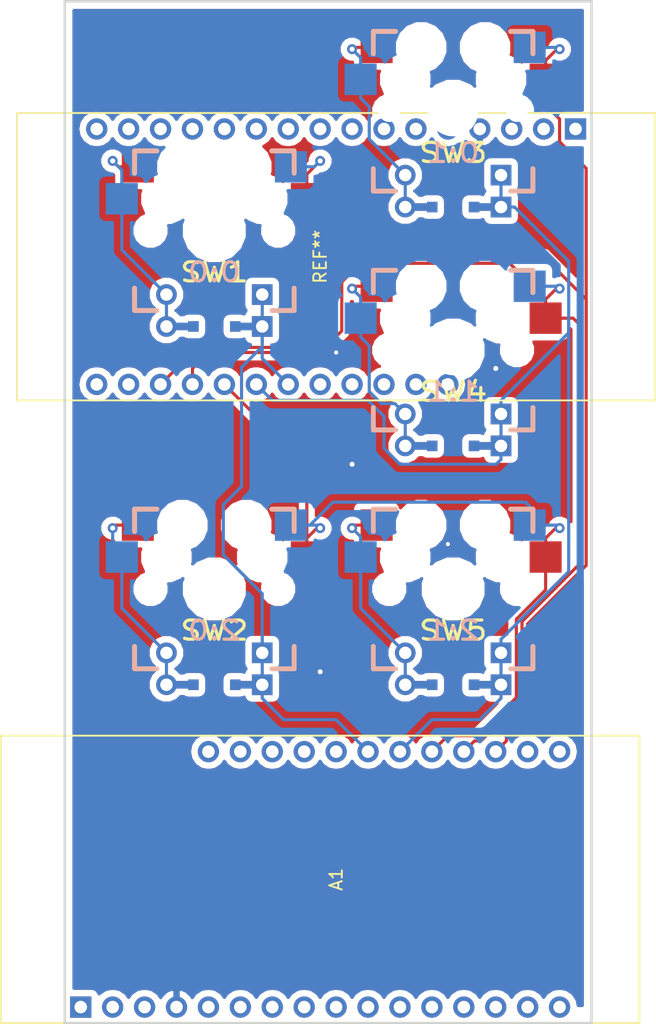
<source format=kicad_pcb>
(kicad_pcb (version 20171130) (host pcbnew "(5.0.0-3-g5ebb6b6)")

  (general
    (thickness 1.6)
    (drawings 4)
    (tracks 179)
    (zones 0)
    (modules 7)
    (nets 34)
  )

  (page A4)
  (layers
    (0 F.Cu signal)
    (31 B.Cu signal)
    (32 B.Adhes user)
    (33 F.Adhes user)
    (34 B.Paste user)
    (35 F.Paste user)
    (36 B.SilkS user)
    (37 F.SilkS user)
    (38 B.Mask user)
    (39 F.Mask user)
    (40 Dwgs.User user)
    (41 Cmts.User user)
    (42 Eco1.User user)
    (43 Eco2.User user)
    (44 Edge.Cuts user)
    (45 Margin user)
    (46 B.CrtYd user)
    (47 F.CrtYd user)
    (48 B.Fab user)
    (49 F.Fab user)
  )

  (setup
    (last_trace_width 0.1524)
    (trace_clearance 0.1524)
    (zone_clearance 0.508)
    (zone_45_only no)
    (trace_min 0.1524)
    (segment_width 0.2)
    (edge_width 0.15)
    (via_size 0.6858)
    (via_drill 0.3302)
    (via_min_size 0.508)
    (via_min_drill 0.254)
    (uvia_size 0.6858)
    (uvia_drill 0.3302)
    (uvias_allowed no)
    (uvia_min_size 0.2)
    (uvia_min_drill 0.1)
    (pcb_text_width 0.3)
    (pcb_text_size 1.5 1.5)
    (mod_edge_width 0.15)
    (mod_text_size 1 1)
    (mod_text_width 0.15)
    (pad_size 1.7 1.7)
    (pad_drill 1)
    (pad_to_mask_clearance 0.0508)
    (aux_axis_origin 0 0)
    (visible_elements FFFFFF7F)
    (pcbplotparams
      (layerselection 0x010fc_ffffffff)
      (usegerberextensions false)
      (usegerberattributes false)
      (usegerberadvancedattributes false)
      (creategerberjobfile false)
      (excludeedgelayer true)
      (linewidth 0.100000)
      (plotframeref false)
      (viasonmask false)
      (mode 1)
      (useauxorigin false)
      (hpglpennumber 1)
      (hpglpenspeed 20)
      (hpglpendiameter 15.000000)
      (psnegative false)
      (psa4output false)
      (plotreference true)
      (plotvalue true)
      (plotinvisibletext false)
      (padsonsilk false)
      (subtractmaskfromsilk false)
      (outputformat 1)
      (mirror false)
      (drillshape 1)
      (scaleselection 1)
      (outputdirectory ""))
  )

  (net 0 "")
  (net 1 "Net-(SW1-Pad2)")
  (net 2 /COL0)
  (net 3 /ROW0)
  (net 4 /ROW2)
  (net 5 "Net-(SW2-Pad2)")
  (net 6 "Net-(SW3-Pad2)")
  (net 7 /COL1)
  (net 8 "Net-(SW4-Pad2)")
  (net 9 "Net-(SW5-Pad2)")
  (net 10 "Net-(A1-Pad1)")
  (net 11 "Net-(A1-Pad2)")
  (net 12 "Net-(A1-Pad3)")
  (net 13 "Net-(A1-Pad5)")
  (net 14 "Net-(A1-Pad17)")
  (net 15 "Net-(A1-Pad6)")
  (net 16 "Net-(A1-Pad18)")
  (net 17 "Net-(A1-Pad7)")
  (net 18 "Net-(A1-Pad19)")
  (net 19 "Net-(A1-Pad8)")
  (net 20 "Net-(A1-Pad20)")
  (net 21 "Net-(A1-Pad9)")
  (net 22 "Net-(A1-Pad21)")
  (net 23 "Net-(A1-Pad10)")
  (net 24 "Net-(A1-Pad11)")
  (net 25 "Net-(A1-Pad12)")
  (net 26 "Net-(A1-Pad13)")
  (net 27 "Net-(A1-Pad14)")
  (net 28 "Net-(A1-Pad15)")
  (net 29 "Net-(A1-Pad27)")
  (net 30 "Net-(A1-Pad16)")
  (net 31 "Net-(A1-Pad28)")
  (net 32 /ROW1)
  (net 33 GND)

  (net_class Default "This is the default net class."
    (clearance 0.1524)
    (trace_width 0.1524)
    (via_dia 0.6858)
    (via_drill 0.3302)
    (uvia_dia 0.6858)
    (uvia_drill 0.3302)
    (add_net /COL0)
    (add_net /COL1)
    (add_net /ROW0)
    (add_net /ROW1)
    (add_net /ROW2)
    (add_net GND)
    (add_net "Net-(A1-Pad1)")
    (add_net "Net-(A1-Pad10)")
    (add_net "Net-(A1-Pad11)")
    (add_net "Net-(A1-Pad12)")
    (add_net "Net-(A1-Pad13)")
    (add_net "Net-(A1-Pad14)")
    (add_net "Net-(A1-Pad15)")
    (add_net "Net-(A1-Pad16)")
    (add_net "Net-(A1-Pad17)")
    (add_net "Net-(A1-Pad18)")
    (add_net "Net-(A1-Pad19)")
    (add_net "Net-(A1-Pad2)")
    (add_net "Net-(A1-Pad20)")
    (add_net "Net-(A1-Pad21)")
    (add_net "Net-(A1-Pad27)")
    (add_net "Net-(A1-Pad28)")
    (add_net "Net-(A1-Pad3)")
    (add_net "Net-(A1-Pad5)")
    (add_net "Net-(A1-Pad6)")
    (add_net "Net-(A1-Pad7)")
    (add_net "Net-(A1-Pad8)")
    (add_net "Net-(A1-Pad9)")
    (add_net "Net-(SW1-Pad2)")
    (add_net "Net-(SW2-Pad2)")
    (add_net "Net-(SW3-Pad2)")
    (add_net "Net-(SW4-Pad2)")
    (add_net "Net-(SW5-Pad2)")
  )

  (module alphadox:Feather_M0_Bluefruit (layer F.Cu) (tedit 5B7E2337) (tstamp 5BAF06DC)
    (at 58.42 101.6 90)
    (descr "Through hole straight pin header, 2x16, 2.54mm pitch, double rows")
    (tags "Through hole pin header THT 2x16 2.54mm double row")
    (path /5B74E8A4)
    (fp_text reference A1 (at 0 1.27 90) (layer F.SilkS)
      (effects (font (size 1 1) (thickness 0.15)))
    )
    (fp_text value Feather_M0_Bluefruit (at 0 -1.27 90) (layer F.Fab)
      (effects (font (size 1 1) (thickness 0.15)))
    )
    (fp_line (start -11.43 -25.4) (end -11.43 25.4) (layer F.SilkS) (width 0.15))
    (fp_line (start -11.43 25.4) (end 11.43 25.4) (layer F.SilkS) (width 0.15))
    (fp_line (start 11.43 25.4) (end 11.43 -25.4) (layer F.SilkS) (width 0.15))
    (fp_line (start 11.43 -25.4) (end -11.43 -25.4) (layer F.SilkS) (width 0.15))
    (pad 1 thru_hole rect (at -10.16 -19.05 90) (size 1.7 1.7) (drill 1) (layers *.Cu *.Mask)
      (net 10 "Net-(A1-Pad1)"))
    (pad 2 thru_hole oval (at -10.16 -16.51 90) (size 1.7 1.7) (drill 1) (layers *.Cu *.Mask)
      (net 11 "Net-(A1-Pad2)"))
    (pad 3 thru_hole oval (at -10.16 -13.97 90) (size 1.7 1.7) (drill 1) (layers *.Cu *.Mask)
      (net 12 "Net-(A1-Pad3)"))
    (pad 4 thru_hole oval (at -10.16 -11.43 90) (size 1.7 1.7) (drill 1) (layers *.Cu *.Mask)
      (net 33 GND))
    (pad 5 thru_hole oval (at -10.16 -8.89 90) (size 1.7 1.7) (drill 1) (layers *.Cu *.Mask)
      (net 13 "Net-(A1-Pad5)"))
    (pad 17 thru_hole oval (at 10.16 -8.89 90) (size 1.7 1.7) (drill 1) (layers *.Cu *.Mask)
      (net 14 "Net-(A1-Pad17)"))
    (pad 6 thru_hole oval (at -10.16 -6.35 90) (size 1.7 1.7) (drill 1) (layers *.Cu *.Mask)
      (net 15 "Net-(A1-Pad6)"))
    (pad 18 thru_hole oval (at 10.16 -6.35 90) (size 1.7 1.7) (drill 1) (layers *.Cu *.Mask)
      (net 16 "Net-(A1-Pad18)"))
    (pad 7 thru_hole oval (at -10.16 -3.81 90) (size 1.7 1.7) (drill 1) (layers *.Cu *.Mask)
      (net 17 "Net-(A1-Pad7)"))
    (pad 19 thru_hole oval (at 10.16 -3.81 90) (size 1.7 1.7) (drill 1) (layers *.Cu *.Mask)
      (net 18 "Net-(A1-Pad19)"))
    (pad 8 thru_hole oval (at -10.16 -1.27 90) (size 1.7 1.7) (drill 1) (layers *.Cu *.Mask)
      (net 19 "Net-(A1-Pad8)"))
    (pad 20 thru_hole oval (at 10.16 -1.27 90) (size 1.7 1.7) (drill 1) (layers *.Cu *.Mask)
      (net 20 "Net-(A1-Pad20)"))
    (pad 9 thru_hole oval (at -10.16 1.27 90) (size 1.7 1.7) (drill 1) (layers *.Cu *.Mask)
      (net 21 "Net-(A1-Pad9)"))
    (pad 21 thru_hole oval (at 10.16 1.27 90) (size 1.7 1.7) (drill 1) (layers *.Cu *.Mask)
      (net 22 "Net-(A1-Pad21)"))
    (pad 10 thru_hole oval (at -10.16 3.81 90) (size 1.7 1.7) (drill 1) (layers *.Cu *.Mask)
      (net 23 "Net-(A1-Pad10)"))
    (pad 22 thru_hole oval (at 10.16 3.81 90) (size 1.7 1.7) (drill 1) (layers *.Cu *.Mask)
      (net 2 /COL0))
    (pad 11 thru_hole oval (at -10.16 6.35 90) (size 1.7 1.7) (drill 1) (layers *.Cu *.Mask)
      (net 24 "Net-(A1-Pad11)"))
    (pad 23 thru_hole oval (at 10.16 6.35 90) (size 1.7 1.7) (drill 1) (layers *.Cu *.Mask)
      (net 7 /COL1))
    (pad 12 thru_hole oval (at -10.16 8.89 90) (size 1.7 1.7) (drill 1) (layers *.Cu *.Mask)
      (net 25 "Net-(A1-Pad12)"))
    (pad 24 thru_hole oval (at 10.16 8.89 90) (size 1.7 1.7) (drill 1) (layers *.Cu *.Mask)
      (net 4 /ROW2))
    (pad 13 thru_hole oval (at -10.16 11.43 90) (size 1.7 1.7) (drill 1) (layers *.Cu *.Mask)
      (net 26 "Net-(A1-Pad13)"))
    (pad 25 thru_hole oval (at 10.16 11.43 90) (size 1.7 1.7) (drill 1) (layers *.Cu *.Mask)
      (net 32 /ROW1))
    (pad 14 thru_hole oval (at -10.16 13.97 90) (size 1.7 1.7) (drill 1) (layers *.Cu *.Mask)
      (net 27 "Net-(A1-Pad14)"))
    (pad 26 thru_hole oval (at 10.16 13.97 90) (size 1.7 1.7) (drill 1) (layers *.Cu *.Mask)
      (net 3 /ROW0))
    (pad 15 thru_hole oval (at -10.16 16.51 90) (size 1.7 1.7) (drill 1) (layers *.Cu *.Mask)
      (net 28 "Net-(A1-Pad15)"))
    (pad 27 thru_hole oval (at 10.16 16.51 90) (size 1.7 1.7) (drill 1) (layers *.Cu *.Mask)
      (net 29 "Net-(A1-Pad27)"))
    (pad 16 thru_hole oval (at -10.16 19.05 90) (size 1.7 1.7) (drill 1) (layers *.Cu *.Mask)
      (net 30 "Net-(A1-Pad16)"))
    (pad 28 thru_hole oval (at 10.16 19.05 90) (size 1.7 1.7) (drill 1) (layers *.Cu *.Mask)
      (net 31 "Net-(A1-Pad28)"))
    (model ${KISYS3DMOD}/Connector_PinHeader_2.54mm.3dshapes/PinHeader_2x16_P2.54mm_Vertical.wrl
      (at (xyz 0 0 0))
      (scale (xyz 1 1 1))
      (rotate (xyz 0 0 0))
    )
  )

  (module alphadox:MX_SOCKET_FLIP_DIODE (layer F.Cu) (tedit 5B7C1802) (tstamp 5BAF06B8)
    (at 69 78.5)
    (path /5B7A4289)
    (fp_text reference SW5 (at 0 3.302) (layer F.SilkS)
      (effects (font (size 1.524 1.778) (thickness 0.254)))
    )
    (fp_text value 2:1 (at 0 3.302) (layer B.SilkS)
      (effects (font (size 1.524 1.778) (thickness 0.254)) (justify mirror))
    )
    (fp_line (start -6.985 -6.985) (end 6.985 -6.985) (layer Eco2.User) (width 0.1524))
    (fp_line (start 6.985 -6.985) (end 6.985 -6.00456) (layer Eco2.User) (width 0.1524))
    (fp_line (start 6.985 -6.00456) (end 7.7978 -6.00456) (layer Eco2.User) (width 0.1524))
    (fp_line (start 7.7978 -6.00456) (end 7.7978 -2.50444) (layer Eco2.User) (width 0.1524))
    (fp_line (start 7.7978 -2.50444) (end 6.985 -2.50444) (layer Eco2.User) (width 0.1524))
    (fp_line (start 6.985 -2.50444) (end 6.985 2.50444) (layer Eco2.User) (width 0.1524))
    (fp_line (start 6.985 2.50444) (end 7.7978 2.50444) (layer Eco2.User) (width 0.1524))
    (fp_line (start 7.7978 2.50444) (end 7.7978 6.00456) (layer Eco2.User) (width 0.1524))
    (fp_line (start 7.7978 6.00456) (end 6.985 6.00456) (layer Eco2.User) (width 0.1524))
    (fp_line (start 6.985 6.00456) (end 6.985 6.985) (layer Eco2.User) (width 0.1524))
    (fp_line (start 6.985 6.985) (end -6.985 6.985) (layer Eco2.User) (width 0.1524))
    (fp_line (start -6.985 6.985) (end -6.985 6.00456) (layer Eco2.User) (width 0.1524))
    (fp_line (start -6.985 6.00456) (end -7.7978 6.00456) (layer Eco2.User) (width 0.1524))
    (fp_line (start -7.7978 6.00456) (end -7.7978 2.50444) (layer Eco2.User) (width 0.1524))
    (fp_line (start -7.7978 2.50444) (end -6.985 2.50444) (layer Eco2.User) (width 0.1524))
    (fp_line (start -6.985 2.50444) (end -6.985 -2.50444) (layer Eco2.User) (width 0.1524))
    (fp_line (start -6.985 -2.50444) (end -7.7978 -2.50444) (layer Eco2.User) (width 0.1524))
    (fp_line (start -7.7978 -2.50444) (end -7.7978 -6.00456) (layer Eco2.User) (width 0.1524))
    (fp_line (start -7.7978 -6.00456) (end -6.985 -6.00456) (layer Eco2.User) (width 0.1524))
    (fp_line (start -6.985 -6.00456) (end -6.985 -6.985) (layer Eco2.User) (width 0.1524))
    (fp_line (start -6.35 -6.35) (end 6.35 -6.35) (layer Cmts.User) (width 0.381))
    (fp_line (start 6.35 -6.35) (end 6.35 6.35) (layer Cmts.User) (width 0.381))
    (fp_line (start 6.35 6.35) (end -6.35 6.35) (layer Cmts.User) (width 0.381))
    (fp_line (start -6.35 6.35) (end -6.35 -6.35) (layer Cmts.User) (width 0.381))
    (fp_line (start -6.35 -6.35) (end -4.572 -6.35) (layer F.SilkS) (width 0.381))
    (fp_line (start 4.572 -6.35) (end 6.35 -6.35) (layer F.SilkS) (width 0.381))
    (fp_line (start 6.35 -6.35) (end 6.35 -4.572) (layer F.SilkS) (width 0.381))
    (fp_line (start 6.35 4.572) (end 6.35 6.35) (layer F.SilkS) (width 0.381))
    (fp_line (start 6.35 6.35) (end 4.572 6.35) (layer F.SilkS) (width 0.381))
    (fp_line (start -4.572 6.35) (end -6.35 6.35) (layer F.SilkS) (width 0.381))
    (fp_line (start -6.35 6.35) (end -6.35 4.572) (layer F.SilkS) (width 0.381))
    (fp_line (start -6.35 -4.572) (end -6.35 -6.35) (layer F.SilkS) (width 0.381))
    (fp_line (start -6.35 -6.35) (end -4.572 -6.35) (layer B.SilkS) (width 0.381))
    (fp_line (start 4.572 -6.35) (end 6.35 -6.35) (layer B.SilkS) (width 0.381))
    (fp_line (start 6.35 -6.35) (end 6.35 -4.572) (layer B.SilkS) (width 0.381))
    (fp_line (start 6.35 4.572) (end 6.35 6.35) (layer B.SilkS) (width 0.381))
    (fp_line (start 6.35 6.35) (end 4.572 6.35) (layer B.SilkS) (width 0.381))
    (fp_line (start -4.572 6.35) (end -6.35 6.35) (layer B.SilkS) (width 0.381))
    (fp_line (start -6.35 6.35) (end -6.35 4.572) (layer B.SilkS) (width 0.381))
    (fp_line (start -6.35 -4.572) (end -6.35 -6.35) (layer B.SilkS) (width 0.381))
    (fp_line (start -3.81 7.62) (end -1.6637 7.62) (layer B.Cu) (width 0.6096))
    (fp_line (start 1.6637 7.62) (end 3.81 7.62) (layer B.Cu) (width 0.6096))
    (fp_line (start -3.81 7.62) (end -1.6637 7.62) (layer F.Cu) (width 0.6096))
    (fp_line (start 1.6637 7.62) (end 3.81 7.62) (layer F.Cu) (width 0.6096))
    (pad "" np_thru_hole circle (at 2.54 -5.08) (size 3 3) (drill 3) (layers *.Cu *.Mask))
    (pad "" np_thru_hole circle (at -3.81 -2.54) (size 3 3) (drill 3) (layers *.Cu *.Mask))
    (pad "" np_thru_hole circle (at 0 0) (size 3.9878 3.9878) (drill 3.9878) (layers *.Cu *.Mask)
      (zone_connect 2))
    (pad "" np_thru_hole circle (at -5.08 0) (size 1.7018 1.7018) (drill 1.7018) (layers *.Cu *.Mask)
      (zone_connect 2))
    (pad "" np_thru_hole circle (at 5.08 0) (size 1.7018 1.7018) (drill 1.7018) (layers *.Cu *.Mask)
      (zone_connect 2))
    (pad "" np_thru_hole circle (at 3.81 -2.54) (size 3 3) (drill 3) (layers *.Cu *.Mask))
    (pad "" np_thru_hole circle (at -2.54 -5.08) (size 3 3) (drill 3) (layers *.Cu *.Mask))
    (pad 3 thru_hole circle (at -3.81 5.08) (size 1.651 1.651) (drill 0.9906) (layers *.Cu *.Mask)
      (net 9 "Net-(SW5-Pad2)"))
    (pad 4 thru_hole rect (at 3.81 5.08) (size 1.651 1.651) (drill 0.9906) (layers *.Cu *.Mask)
      (net 7 /COL1))
    (pad 3 thru_hole circle (at -3.81 7.62) (size 1.651 1.651) (drill 0.9906) (layers *.Cu *.Mask)
      (net 9 "Net-(SW5-Pad2)"))
    (pad 4 thru_hole rect (at 3.81 7.62) (size 1.651 1.651) (drill 0.9906) (layers *.Cu *.Mask)
      (net 7 /COL1))
    (pad 99 smd rect (at -1.6637 7.62) (size 0.8382 0.8382) (layers F.Cu F.Paste F.Mask))
    (pad 99 smd rect (at -1.6637 7.62) (size 0.8382 0.8382) (layers B.Cu B.Paste B.Mask))
    (pad 99 smd rect (at 1.6637 7.62) (size 0.8382 0.8382) (layers F.Cu F.Paste F.Mask))
    (pad 99 smd rect (at 1.6637 7.62) (size 0.8382 0.8382) (layers B.Cu B.Paste B.Mask))
    (pad 1 smd rect (at 7.36 -2.54) (size 2.55 2.5) (layers F.Cu F.Paste F.Mask)
      (net 4 /ROW2))
    (pad 2 smd rect (at -6.09 -5.08) (size 2.55 2.5) (layers F.Cu F.Paste F.Mask)
      (net 9 "Net-(SW5-Pad2)"))
    (pad 2 smd rect (at -7.36 -2.54) (size 2.55 2.5) (layers B.Cu B.Paste B.Mask)
      (net 9 "Net-(SW5-Pad2)"))
    (pad 1 smd rect (at 6.09 -5.08) (size 2.55 2.5) (layers B.Cu B.Paste B.Mask)
      (net 4 /ROW2))
  )

  (module alphadox:MX_SOCKET_FLIP_DIODE (layer F.Cu) (tedit 5B7C1802) (tstamp 5BAF0675)
    (at 69 59.5)
    (path /5B7A425E)
    (fp_text reference SW4 (at 0 3.302) (layer F.SilkS)
      (effects (font (size 1.524 1.778) (thickness 0.254)))
    )
    (fp_text value 1:1 (at 0 3.302) (layer B.SilkS)
      (effects (font (size 1.524 1.778) (thickness 0.254)) (justify mirror))
    )
    (fp_line (start 1.6637 7.62) (end 3.81 7.62) (layer F.Cu) (width 0.6096))
    (fp_line (start -3.81 7.62) (end -1.6637 7.62) (layer F.Cu) (width 0.6096))
    (fp_line (start 1.6637 7.62) (end 3.81 7.62) (layer B.Cu) (width 0.6096))
    (fp_line (start -3.81 7.62) (end -1.6637 7.62) (layer B.Cu) (width 0.6096))
    (fp_line (start -6.35 -4.572) (end -6.35 -6.35) (layer B.SilkS) (width 0.381))
    (fp_line (start -6.35 6.35) (end -6.35 4.572) (layer B.SilkS) (width 0.381))
    (fp_line (start -4.572 6.35) (end -6.35 6.35) (layer B.SilkS) (width 0.381))
    (fp_line (start 6.35 6.35) (end 4.572 6.35) (layer B.SilkS) (width 0.381))
    (fp_line (start 6.35 4.572) (end 6.35 6.35) (layer B.SilkS) (width 0.381))
    (fp_line (start 6.35 -6.35) (end 6.35 -4.572) (layer B.SilkS) (width 0.381))
    (fp_line (start 4.572 -6.35) (end 6.35 -6.35) (layer B.SilkS) (width 0.381))
    (fp_line (start -6.35 -6.35) (end -4.572 -6.35) (layer B.SilkS) (width 0.381))
    (fp_line (start -6.35 -4.572) (end -6.35 -6.35) (layer F.SilkS) (width 0.381))
    (fp_line (start -6.35 6.35) (end -6.35 4.572) (layer F.SilkS) (width 0.381))
    (fp_line (start -4.572 6.35) (end -6.35 6.35) (layer F.SilkS) (width 0.381))
    (fp_line (start 6.35 6.35) (end 4.572 6.35) (layer F.SilkS) (width 0.381))
    (fp_line (start 6.35 4.572) (end 6.35 6.35) (layer F.SilkS) (width 0.381))
    (fp_line (start 6.35 -6.35) (end 6.35 -4.572) (layer F.SilkS) (width 0.381))
    (fp_line (start 4.572 -6.35) (end 6.35 -6.35) (layer F.SilkS) (width 0.381))
    (fp_line (start -6.35 -6.35) (end -4.572 -6.35) (layer F.SilkS) (width 0.381))
    (fp_line (start -6.35 6.35) (end -6.35 -6.35) (layer Cmts.User) (width 0.381))
    (fp_line (start 6.35 6.35) (end -6.35 6.35) (layer Cmts.User) (width 0.381))
    (fp_line (start 6.35 -6.35) (end 6.35 6.35) (layer Cmts.User) (width 0.381))
    (fp_line (start -6.35 -6.35) (end 6.35 -6.35) (layer Cmts.User) (width 0.381))
    (fp_line (start -6.985 -6.00456) (end -6.985 -6.985) (layer Eco2.User) (width 0.1524))
    (fp_line (start -7.7978 -6.00456) (end -6.985 -6.00456) (layer Eco2.User) (width 0.1524))
    (fp_line (start -7.7978 -2.50444) (end -7.7978 -6.00456) (layer Eco2.User) (width 0.1524))
    (fp_line (start -6.985 -2.50444) (end -7.7978 -2.50444) (layer Eco2.User) (width 0.1524))
    (fp_line (start -6.985 2.50444) (end -6.985 -2.50444) (layer Eco2.User) (width 0.1524))
    (fp_line (start -7.7978 2.50444) (end -6.985 2.50444) (layer Eco2.User) (width 0.1524))
    (fp_line (start -7.7978 6.00456) (end -7.7978 2.50444) (layer Eco2.User) (width 0.1524))
    (fp_line (start -6.985 6.00456) (end -7.7978 6.00456) (layer Eco2.User) (width 0.1524))
    (fp_line (start -6.985 6.985) (end -6.985 6.00456) (layer Eco2.User) (width 0.1524))
    (fp_line (start 6.985 6.985) (end -6.985 6.985) (layer Eco2.User) (width 0.1524))
    (fp_line (start 6.985 6.00456) (end 6.985 6.985) (layer Eco2.User) (width 0.1524))
    (fp_line (start 7.7978 6.00456) (end 6.985 6.00456) (layer Eco2.User) (width 0.1524))
    (fp_line (start 7.7978 2.50444) (end 7.7978 6.00456) (layer Eco2.User) (width 0.1524))
    (fp_line (start 6.985 2.50444) (end 7.7978 2.50444) (layer Eco2.User) (width 0.1524))
    (fp_line (start 6.985 -2.50444) (end 6.985 2.50444) (layer Eco2.User) (width 0.1524))
    (fp_line (start 7.7978 -2.50444) (end 6.985 -2.50444) (layer Eco2.User) (width 0.1524))
    (fp_line (start 7.7978 -6.00456) (end 7.7978 -2.50444) (layer Eco2.User) (width 0.1524))
    (fp_line (start 6.985 -6.00456) (end 7.7978 -6.00456) (layer Eco2.User) (width 0.1524))
    (fp_line (start 6.985 -6.985) (end 6.985 -6.00456) (layer Eco2.User) (width 0.1524))
    (fp_line (start -6.985 -6.985) (end 6.985 -6.985) (layer Eco2.User) (width 0.1524))
    (pad 1 smd rect (at 6.09 -5.08) (size 2.55 2.5) (layers B.Cu B.Paste B.Mask)
      (net 32 /ROW1))
    (pad 2 smd rect (at -7.36 -2.54) (size 2.55 2.5) (layers B.Cu B.Paste B.Mask)
      (net 8 "Net-(SW4-Pad2)"))
    (pad 2 smd rect (at -6.09 -5.08) (size 2.55 2.5) (layers F.Cu F.Paste F.Mask)
      (net 8 "Net-(SW4-Pad2)"))
    (pad 1 smd rect (at 7.36 -2.54) (size 2.55 2.5) (layers F.Cu F.Paste F.Mask)
      (net 32 /ROW1))
    (pad 99 smd rect (at 1.6637 7.62) (size 0.8382 0.8382) (layers B.Cu B.Paste B.Mask))
    (pad 99 smd rect (at 1.6637 7.62) (size 0.8382 0.8382) (layers F.Cu F.Paste F.Mask))
    (pad 99 smd rect (at -1.6637 7.62) (size 0.8382 0.8382) (layers B.Cu B.Paste B.Mask))
    (pad 99 smd rect (at -1.6637 7.62) (size 0.8382 0.8382) (layers F.Cu F.Paste F.Mask))
    (pad 4 thru_hole rect (at 3.81 7.62) (size 1.651 1.651) (drill 0.9906) (layers *.Cu *.Mask)
      (net 7 /COL1))
    (pad 3 thru_hole circle (at -3.81 7.62) (size 1.651 1.651) (drill 0.9906) (layers *.Cu *.Mask)
      (net 8 "Net-(SW4-Pad2)"))
    (pad 4 thru_hole rect (at 3.81 5.08) (size 1.651 1.651) (drill 0.9906) (layers *.Cu *.Mask)
      (net 7 /COL1))
    (pad 3 thru_hole circle (at -3.81 5.08) (size 1.651 1.651) (drill 0.9906) (layers *.Cu *.Mask)
      (net 8 "Net-(SW4-Pad2)"))
    (pad "" np_thru_hole circle (at -2.54 -5.08) (size 3 3) (drill 3) (layers *.Cu *.Mask))
    (pad "" np_thru_hole circle (at 3.81 -2.54) (size 3 3) (drill 3) (layers *.Cu *.Mask))
    (pad "" np_thru_hole circle (at 5.08 0) (size 1.7018 1.7018) (drill 1.7018) (layers *.Cu *.Mask)
      (zone_connect 2))
    (pad "" np_thru_hole circle (at -5.08 0) (size 1.7018 1.7018) (drill 1.7018) (layers *.Cu *.Mask)
      (zone_connect 2))
    (pad "" np_thru_hole circle (at 0 0) (size 3.9878 3.9878) (drill 3.9878) (layers *.Cu *.Mask)
      (zone_connect 2))
    (pad "" np_thru_hole circle (at -3.81 -2.54) (size 3 3) (drill 3) (layers *.Cu *.Mask))
    (pad "" np_thru_hole circle (at 2.54 -5.08) (size 3 3) (drill 3) (layers *.Cu *.Mask))
  )

  (module alphadox:MX_SOCKET_FLIP_DIODE (layer F.Cu) (tedit 5B7C1802) (tstamp 5BAF2007)
    (at 69 40.5)
    (path /5B7A4243)
    (fp_text reference SW3 (at 0 3.302) (layer F.SilkS)
      (effects (font (size 1.524 1.778) (thickness 0.254)))
    )
    (fp_text value 0:1 (at 0 3.302) (layer B.SilkS)
      (effects (font (size 1.524 1.778) (thickness 0.254)) (justify mirror))
    )
    (fp_line (start -6.985 -6.985) (end 6.985 -6.985) (layer Eco2.User) (width 0.1524))
    (fp_line (start 6.985 -6.985) (end 6.985 -6.00456) (layer Eco2.User) (width 0.1524))
    (fp_line (start 6.985 -6.00456) (end 7.7978 -6.00456) (layer Eco2.User) (width 0.1524))
    (fp_line (start 7.7978 -6.00456) (end 7.7978 -2.50444) (layer Eco2.User) (width 0.1524))
    (fp_line (start 7.7978 -2.50444) (end 6.985 -2.50444) (layer Eco2.User) (width 0.1524))
    (fp_line (start 6.985 -2.50444) (end 6.985 2.50444) (layer Eco2.User) (width 0.1524))
    (fp_line (start 6.985 2.50444) (end 7.7978 2.50444) (layer Eco2.User) (width 0.1524))
    (fp_line (start 7.7978 2.50444) (end 7.7978 6.00456) (layer Eco2.User) (width 0.1524))
    (fp_line (start 7.7978 6.00456) (end 6.985 6.00456) (layer Eco2.User) (width 0.1524))
    (fp_line (start 6.985 6.00456) (end 6.985 6.985) (layer Eco2.User) (width 0.1524))
    (fp_line (start 6.985 6.985) (end -6.985 6.985) (layer Eco2.User) (width 0.1524))
    (fp_line (start -6.985 6.985) (end -6.985 6.00456) (layer Eco2.User) (width 0.1524))
    (fp_line (start -6.985 6.00456) (end -7.7978 6.00456) (layer Eco2.User) (width 0.1524))
    (fp_line (start -7.7978 6.00456) (end -7.7978 2.50444) (layer Eco2.User) (width 0.1524))
    (fp_line (start -7.7978 2.50444) (end -6.985 2.50444) (layer Eco2.User) (width 0.1524))
    (fp_line (start -6.985 2.50444) (end -6.985 -2.50444) (layer Eco2.User) (width 0.1524))
    (fp_line (start -6.985 -2.50444) (end -7.7978 -2.50444) (layer Eco2.User) (width 0.1524))
    (fp_line (start -7.7978 -2.50444) (end -7.7978 -6.00456) (layer Eco2.User) (width 0.1524))
    (fp_line (start -7.7978 -6.00456) (end -6.985 -6.00456) (layer Eco2.User) (width 0.1524))
    (fp_line (start -6.985 -6.00456) (end -6.985 -6.985) (layer Eco2.User) (width 0.1524))
    (fp_line (start -6.35 -6.35) (end 6.35 -6.35) (layer Cmts.User) (width 0.381))
    (fp_line (start 6.35 -6.35) (end 6.35 6.35) (layer Cmts.User) (width 0.381))
    (fp_line (start 6.35 6.35) (end -6.35 6.35) (layer Cmts.User) (width 0.381))
    (fp_line (start -6.35 6.35) (end -6.35 -6.35) (layer Cmts.User) (width 0.381))
    (fp_line (start -6.35 -6.35) (end -4.572 -6.35) (layer F.SilkS) (width 0.381))
    (fp_line (start 4.572 -6.35) (end 6.35 -6.35) (layer F.SilkS) (width 0.381))
    (fp_line (start 6.35 -6.35) (end 6.35 -4.572) (layer F.SilkS) (width 0.381))
    (fp_line (start 6.35 4.572) (end 6.35 6.35) (layer F.SilkS) (width 0.381))
    (fp_line (start 6.35 6.35) (end 4.572 6.35) (layer F.SilkS) (width 0.381))
    (fp_line (start -4.572 6.35) (end -6.35 6.35) (layer F.SilkS) (width 0.381))
    (fp_line (start -6.35 6.35) (end -6.35 4.572) (layer F.SilkS) (width 0.381))
    (fp_line (start -6.35 -4.572) (end -6.35 -6.35) (layer F.SilkS) (width 0.381))
    (fp_line (start -6.35 -6.35) (end -4.572 -6.35) (layer B.SilkS) (width 0.381))
    (fp_line (start 4.572 -6.35) (end 6.35 -6.35) (layer B.SilkS) (width 0.381))
    (fp_line (start 6.35 -6.35) (end 6.35 -4.572) (layer B.SilkS) (width 0.381))
    (fp_line (start 6.35 4.572) (end 6.35 6.35) (layer B.SilkS) (width 0.381))
    (fp_line (start 6.35 6.35) (end 4.572 6.35) (layer B.SilkS) (width 0.381))
    (fp_line (start -4.572 6.35) (end -6.35 6.35) (layer B.SilkS) (width 0.381))
    (fp_line (start -6.35 6.35) (end -6.35 4.572) (layer B.SilkS) (width 0.381))
    (fp_line (start -6.35 -4.572) (end -6.35 -6.35) (layer B.SilkS) (width 0.381))
    (fp_line (start -3.81 7.62) (end -1.6637 7.62) (layer B.Cu) (width 0.6096))
    (fp_line (start 1.6637 7.62) (end 3.81 7.62) (layer B.Cu) (width 0.6096))
    (fp_line (start -3.81 7.62) (end -1.6637 7.62) (layer F.Cu) (width 0.6096))
    (fp_line (start 1.6637 7.62) (end 3.81 7.62) (layer F.Cu) (width 0.6096))
    (pad "" np_thru_hole circle (at 2.54 -5.08) (size 3 3) (drill 3) (layers *.Cu *.Mask))
    (pad "" np_thru_hole circle (at -3.81 -2.54) (size 3 3) (drill 3) (layers *.Cu *.Mask))
    (pad "" np_thru_hole circle (at 0 0) (size 3.9878 3.9878) (drill 3.9878) (layers *.Cu *.Mask)
      (zone_connect 2))
    (pad "" np_thru_hole circle (at -5.08 0) (size 1.7018 1.7018) (drill 1.7018) (layers *.Cu *.Mask)
      (zone_connect 2))
    (pad "" np_thru_hole circle (at 5.08 0) (size 1.7018 1.7018) (drill 1.7018) (layers *.Cu *.Mask)
      (zone_connect 2))
    (pad "" np_thru_hole circle (at 3.81 -2.54) (size 3 3) (drill 3) (layers *.Cu *.Mask))
    (pad "" np_thru_hole circle (at -2.54 -5.08) (size 3 3) (drill 3) (layers *.Cu *.Mask))
    (pad 3 thru_hole circle (at -3.81 5.08) (size 1.651 1.651) (drill 0.9906) (layers *.Cu *.Mask)
      (net 6 "Net-(SW3-Pad2)"))
    (pad 4 thru_hole rect (at 3.81 5.08) (size 1.651 1.651) (drill 0.9906) (layers *.Cu *.Mask)
      (net 7 /COL1))
    (pad 3 thru_hole circle (at -3.81 7.62) (size 1.651 1.651) (drill 0.9906) (layers *.Cu *.Mask)
      (net 6 "Net-(SW3-Pad2)"))
    (pad 4 thru_hole rect (at 3.81 7.62) (size 1.651 1.651) (drill 0.9906) (layers *.Cu *.Mask)
      (net 7 /COL1))
    (pad 99 smd rect (at -1.6637 7.62) (size 0.8382 0.8382) (layers F.Cu F.Paste F.Mask))
    (pad 99 smd rect (at -1.6637 7.62) (size 0.8382 0.8382) (layers B.Cu B.Paste B.Mask))
    (pad 99 smd rect (at 1.6637 7.62) (size 0.8382 0.8382) (layers F.Cu F.Paste F.Mask))
    (pad 99 smd rect (at 1.6637 7.62) (size 0.8382 0.8382) (layers B.Cu B.Paste B.Mask))
    (pad 1 smd rect (at 7.36 -2.54) (size 2.55 2.5) (layers F.Cu F.Paste F.Mask)
      (net 3 /ROW0))
    (pad 2 smd rect (at -6.09 -5.08) (size 2.55 2.5) (layers F.Cu F.Paste F.Mask)
      (net 6 "Net-(SW3-Pad2)"))
    (pad 2 smd rect (at -7.36 -2.54) (size 2.55 2.5) (layers B.Cu B.Paste B.Mask)
      (net 6 "Net-(SW3-Pad2)"))
    (pad 1 smd rect (at 6.09 -5.08) (size 2.55 2.5) (layers B.Cu B.Paste B.Mask)
      (net 3 /ROW0))
  )

  (module alphadox:MX_SOCKET_FLIP_DIODE (layer F.Cu) (tedit 5B7C1802) (tstamp 5BAF05EF)
    (at 50 78.5)
    (path /5B7A4308)
    (fp_text reference SW2 (at 0 3.302) (layer F.SilkS)
      (effects (font (size 1.524 1.778) (thickness 0.254)))
    )
    (fp_text value 2:0 (at 0 3.302) (layer B.SilkS)
      (effects (font (size 1.524 1.778) (thickness 0.254)) (justify mirror))
    )
    (fp_line (start 1.6637 7.62) (end 3.81 7.62) (layer F.Cu) (width 0.6096))
    (fp_line (start -3.81 7.62) (end -1.6637 7.62) (layer F.Cu) (width 0.6096))
    (fp_line (start 1.6637 7.62) (end 3.81 7.62) (layer B.Cu) (width 0.6096))
    (fp_line (start -3.81 7.62) (end -1.6637 7.62) (layer B.Cu) (width 0.6096))
    (fp_line (start -6.35 -4.572) (end -6.35 -6.35) (layer B.SilkS) (width 0.381))
    (fp_line (start -6.35 6.35) (end -6.35 4.572) (layer B.SilkS) (width 0.381))
    (fp_line (start -4.572 6.35) (end -6.35 6.35) (layer B.SilkS) (width 0.381))
    (fp_line (start 6.35 6.35) (end 4.572 6.35) (layer B.SilkS) (width 0.381))
    (fp_line (start 6.35 4.572) (end 6.35 6.35) (layer B.SilkS) (width 0.381))
    (fp_line (start 6.35 -6.35) (end 6.35 -4.572) (layer B.SilkS) (width 0.381))
    (fp_line (start 4.572 -6.35) (end 6.35 -6.35) (layer B.SilkS) (width 0.381))
    (fp_line (start -6.35 -6.35) (end -4.572 -6.35) (layer B.SilkS) (width 0.381))
    (fp_line (start -6.35 -4.572) (end -6.35 -6.35) (layer F.SilkS) (width 0.381))
    (fp_line (start -6.35 6.35) (end -6.35 4.572) (layer F.SilkS) (width 0.381))
    (fp_line (start -4.572 6.35) (end -6.35 6.35) (layer F.SilkS) (width 0.381))
    (fp_line (start 6.35 6.35) (end 4.572 6.35) (layer F.SilkS) (width 0.381))
    (fp_line (start 6.35 4.572) (end 6.35 6.35) (layer F.SilkS) (width 0.381))
    (fp_line (start 6.35 -6.35) (end 6.35 -4.572) (layer F.SilkS) (width 0.381))
    (fp_line (start 4.572 -6.35) (end 6.35 -6.35) (layer F.SilkS) (width 0.381))
    (fp_line (start -6.35 -6.35) (end -4.572 -6.35) (layer F.SilkS) (width 0.381))
    (fp_line (start -6.35 6.35) (end -6.35 -6.35) (layer Cmts.User) (width 0.381))
    (fp_line (start 6.35 6.35) (end -6.35 6.35) (layer Cmts.User) (width 0.381))
    (fp_line (start 6.35 -6.35) (end 6.35 6.35) (layer Cmts.User) (width 0.381))
    (fp_line (start -6.35 -6.35) (end 6.35 -6.35) (layer Cmts.User) (width 0.381))
    (fp_line (start -6.985 -6.00456) (end -6.985 -6.985) (layer Eco2.User) (width 0.1524))
    (fp_line (start -7.7978 -6.00456) (end -6.985 -6.00456) (layer Eco2.User) (width 0.1524))
    (fp_line (start -7.7978 -2.50444) (end -7.7978 -6.00456) (layer Eco2.User) (width 0.1524))
    (fp_line (start -6.985 -2.50444) (end -7.7978 -2.50444) (layer Eco2.User) (width 0.1524))
    (fp_line (start -6.985 2.50444) (end -6.985 -2.50444) (layer Eco2.User) (width 0.1524))
    (fp_line (start -7.7978 2.50444) (end -6.985 2.50444) (layer Eco2.User) (width 0.1524))
    (fp_line (start -7.7978 6.00456) (end -7.7978 2.50444) (layer Eco2.User) (width 0.1524))
    (fp_line (start -6.985 6.00456) (end -7.7978 6.00456) (layer Eco2.User) (width 0.1524))
    (fp_line (start -6.985 6.985) (end -6.985 6.00456) (layer Eco2.User) (width 0.1524))
    (fp_line (start 6.985 6.985) (end -6.985 6.985) (layer Eco2.User) (width 0.1524))
    (fp_line (start 6.985 6.00456) (end 6.985 6.985) (layer Eco2.User) (width 0.1524))
    (fp_line (start 7.7978 6.00456) (end 6.985 6.00456) (layer Eco2.User) (width 0.1524))
    (fp_line (start 7.7978 2.50444) (end 7.7978 6.00456) (layer Eco2.User) (width 0.1524))
    (fp_line (start 6.985 2.50444) (end 7.7978 2.50444) (layer Eco2.User) (width 0.1524))
    (fp_line (start 6.985 -2.50444) (end 6.985 2.50444) (layer Eco2.User) (width 0.1524))
    (fp_line (start 7.7978 -2.50444) (end 6.985 -2.50444) (layer Eco2.User) (width 0.1524))
    (fp_line (start 7.7978 -6.00456) (end 7.7978 -2.50444) (layer Eco2.User) (width 0.1524))
    (fp_line (start 6.985 -6.00456) (end 7.7978 -6.00456) (layer Eco2.User) (width 0.1524))
    (fp_line (start 6.985 -6.985) (end 6.985 -6.00456) (layer Eco2.User) (width 0.1524))
    (fp_line (start -6.985 -6.985) (end 6.985 -6.985) (layer Eco2.User) (width 0.1524))
    (pad 1 smd rect (at 6.09 -5.08) (size 2.55 2.5) (layers B.Cu B.Paste B.Mask)
      (net 4 /ROW2))
    (pad 2 smd rect (at -7.36 -2.54) (size 2.55 2.5) (layers B.Cu B.Paste B.Mask)
      (net 5 "Net-(SW2-Pad2)"))
    (pad 2 smd rect (at -6.09 -5.08) (size 2.55 2.5) (layers F.Cu F.Paste F.Mask)
      (net 5 "Net-(SW2-Pad2)"))
    (pad 1 smd rect (at 7.36 -2.54) (size 2.55 2.5) (layers F.Cu F.Paste F.Mask)
      (net 4 /ROW2))
    (pad 99 smd rect (at 1.6637 7.62) (size 0.8382 0.8382) (layers B.Cu B.Paste B.Mask))
    (pad 99 smd rect (at 1.6637 7.62) (size 0.8382 0.8382) (layers F.Cu F.Paste F.Mask))
    (pad 99 smd rect (at -1.6637 7.62) (size 0.8382 0.8382) (layers B.Cu B.Paste B.Mask))
    (pad 99 smd rect (at -1.6637 7.62) (size 0.8382 0.8382) (layers F.Cu F.Paste F.Mask))
    (pad 4 thru_hole rect (at 3.81 7.62) (size 1.651 1.651) (drill 0.9906) (layers *.Cu *.Mask)
      (net 2 /COL0))
    (pad 3 thru_hole circle (at -3.81 7.62) (size 1.651 1.651) (drill 0.9906) (layers *.Cu *.Mask)
      (net 5 "Net-(SW2-Pad2)"))
    (pad 4 thru_hole rect (at 3.81 5.08) (size 1.651 1.651) (drill 0.9906) (layers *.Cu *.Mask)
      (net 2 /COL0))
    (pad 3 thru_hole circle (at -3.81 5.08) (size 1.651 1.651) (drill 0.9906) (layers *.Cu *.Mask)
      (net 5 "Net-(SW2-Pad2)"))
    (pad "" np_thru_hole circle (at -2.54 -5.08) (size 3 3) (drill 3) (layers *.Cu *.Mask))
    (pad "" np_thru_hole circle (at 3.81 -2.54) (size 3 3) (drill 3) (layers *.Cu *.Mask))
    (pad "" np_thru_hole circle (at 5.08 0) (size 1.7018 1.7018) (drill 1.7018) (layers *.Cu *.Mask)
      (zone_connect 2))
    (pad "" np_thru_hole circle (at -5.08 0) (size 1.7018 1.7018) (drill 1.7018) (layers *.Cu *.Mask)
      (zone_connect 2))
    (pad "" np_thru_hole circle (at 0 0) (size 3.9878 3.9878) (drill 3.9878) (layers *.Cu *.Mask)
      (zone_connect 2))
    (pad "" np_thru_hole circle (at -3.81 -2.54) (size 3 3) (drill 3) (layers *.Cu *.Mask))
    (pad "" np_thru_hole circle (at 2.54 -5.08) (size 3 3) (drill 3) (layers *.Cu *.Mask))
  )

  (module alphadox:MX_SOCKET_FLIP_DIODE (layer F.Cu) (tedit 5B7C1802) (tstamp 5BAF05AC)
    (at 50 50)
    (path /5B710E42)
    (fp_text reference SW1 (at 0 3.302) (layer F.SilkS)
      (effects (font (size 1.524 1.778) (thickness 0.254)))
    )
    (fp_text value 0:0 (at 0 3.302) (layer B.SilkS)
      (effects (font (size 1.524 1.778) (thickness 0.254)) (justify mirror))
    )
    (fp_line (start -6.985 -6.985) (end 6.985 -6.985) (layer Eco2.User) (width 0.1524))
    (fp_line (start 6.985 -6.985) (end 6.985 -6.00456) (layer Eco2.User) (width 0.1524))
    (fp_line (start 6.985 -6.00456) (end 7.7978 -6.00456) (layer Eco2.User) (width 0.1524))
    (fp_line (start 7.7978 -6.00456) (end 7.7978 -2.50444) (layer Eco2.User) (width 0.1524))
    (fp_line (start 7.7978 -2.50444) (end 6.985 -2.50444) (layer Eco2.User) (width 0.1524))
    (fp_line (start 6.985 -2.50444) (end 6.985 2.50444) (layer Eco2.User) (width 0.1524))
    (fp_line (start 6.985 2.50444) (end 7.7978 2.50444) (layer Eco2.User) (width 0.1524))
    (fp_line (start 7.7978 2.50444) (end 7.7978 6.00456) (layer Eco2.User) (width 0.1524))
    (fp_line (start 7.7978 6.00456) (end 6.985 6.00456) (layer Eco2.User) (width 0.1524))
    (fp_line (start 6.985 6.00456) (end 6.985 6.985) (layer Eco2.User) (width 0.1524))
    (fp_line (start 6.985 6.985) (end -6.985 6.985) (layer Eco2.User) (width 0.1524))
    (fp_line (start -6.985 6.985) (end -6.985 6.00456) (layer Eco2.User) (width 0.1524))
    (fp_line (start -6.985 6.00456) (end -7.7978 6.00456) (layer Eco2.User) (width 0.1524))
    (fp_line (start -7.7978 6.00456) (end -7.7978 2.50444) (layer Eco2.User) (width 0.1524))
    (fp_line (start -7.7978 2.50444) (end -6.985 2.50444) (layer Eco2.User) (width 0.1524))
    (fp_line (start -6.985 2.50444) (end -6.985 -2.50444) (layer Eco2.User) (width 0.1524))
    (fp_line (start -6.985 -2.50444) (end -7.7978 -2.50444) (layer Eco2.User) (width 0.1524))
    (fp_line (start -7.7978 -2.50444) (end -7.7978 -6.00456) (layer Eco2.User) (width 0.1524))
    (fp_line (start -7.7978 -6.00456) (end -6.985 -6.00456) (layer Eco2.User) (width 0.1524))
    (fp_line (start -6.985 -6.00456) (end -6.985 -6.985) (layer Eco2.User) (width 0.1524))
    (fp_line (start -6.35 -6.35) (end 6.35 -6.35) (layer Cmts.User) (width 0.381))
    (fp_line (start 6.35 -6.35) (end 6.35 6.35) (layer Cmts.User) (width 0.381))
    (fp_line (start 6.35 6.35) (end -6.35 6.35) (layer Cmts.User) (width 0.381))
    (fp_line (start -6.35 6.35) (end -6.35 -6.35) (layer Cmts.User) (width 0.381))
    (fp_line (start -6.35 -6.35) (end -4.572 -6.35) (layer F.SilkS) (width 0.381))
    (fp_line (start 4.572 -6.35) (end 6.35 -6.35) (layer F.SilkS) (width 0.381))
    (fp_line (start 6.35 -6.35) (end 6.35 -4.572) (layer F.SilkS) (width 0.381))
    (fp_line (start 6.35 4.572) (end 6.35 6.35) (layer F.SilkS) (width 0.381))
    (fp_line (start 6.35 6.35) (end 4.572 6.35) (layer F.SilkS) (width 0.381))
    (fp_line (start -4.572 6.35) (end -6.35 6.35) (layer F.SilkS) (width 0.381))
    (fp_line (start -6.35 6.35) (end -6.35 4.572) (layer F.SilkS) (width 0.381))
    (fp_line (start -6.35 -4.572) (end -6.35 -6.35) (layer F.SilkS) (width 0.381))
    (fp_line (start -6.35 -6.35) (end -4.572 -6.35) (layer B.SilkS) (width 0.381))
    (fp_line (start 4.572 -6.35) (end 6.35 -6.35) (layer B.SilkS) (width 0.381))
    (fp_line (start 6.35 -6.35) (end 6.35 -4.572) (layer B.SilkS) (width 0.381))
    (fp_line (start 6.35 4.572) (end 6.35 6.35) (layer B.SilkS) (width 0.381))
    (fp_line (start 6.35 6.35) (end 4.572 6.35) (layer B.SilkS) (width 0.381))
    (fp_line (start -4.572 6.35) (end -6.35 6.35) (layer B.SilkS) (width 0.381))
    (fp_line (start -6.35 6.35) (end -6.35 4.572) (layer B.SilkS) (width 0.381))
    (fp_line (start -6.35 -4.572) (end -6.35 -6.35) (layer B.SilkS) (width 0.381))
    (fp_line (start -3.81 7.62) (end -1.6637 7.62) (layer B.Cu) (width 0.6096))
    (fp_line (start 1.6637 7.62) (end 3.81 7.62) (layer B.Cu) (width 0.6096))
    (fp_line (start -3.81 7.62) (end -1.6637 7.62) (layer F.Cu) (width 0.6096))
    (fp_line (start 1.6637 7.62) (end 3.81 7.62) (layer F.Cu) (width 0.6096))
    (pad "" np_thru_hole circle (at 2.54 -5.08) (size 3 3) (drill 3) (layers *.Cu *.Mask))
    (pad "" np_thru_hole circle (at -3.81 -2.54) (size 3 3) (drill 3) (layers *.Cu *.Mask))
    (pad "" np_thru_hole circle (at 0 0) (size 3.9878 3.9878) (drill 3.9878) (layers *.Cu *.Mask)
      (zone_connect 2))
    (pad "" np_thru_hole circle (at -5.08 0) (size 1.7018 1.7018) (drill 1.7018) (layers *.Cu *.Mask)
      (zone_connect 2))
    (pad "" np_thru_hole circle (at 5.08 0) (size 1.7018 1.7018) (drill 1.7018) (layers *.Cu *.Mask)
      (zone_connect 2))
    (pad "" np_thru_hole circle (at 3.81 -2.54) (size 3 3) (drill 3) (layers *.Cu *.Mask))
    (pad "" np_thru_hole circle (at -2.54 -5.08) (size 3 3) (drill 3) (layers *.Cu *.Mask))
    (pad 3 thru_hole circle (at -3.81 5.08) (size 1.651 1.651) (drill 0.9906) (layers *.Cu *.Mask)
      (net 1 "Net-(SW1-Pad2)"))
    (pad 4 thru_hole rect (at 3.81 5.08) (size 1.651 1.651) (drill 0.9906) (layers *.Cu *.Mask)
      (net 2 /COL0))
    (pad 3 thru_hole circle (at -3.81 7.62) (size 1.651 1.651) (drill 0.9906) (layers *.Cu *.Mask)
      (net 1 "Net-(SW1-Pad2)"))
    (pad 4 thru_hole rect (at 3.81 7.62) (size 1.651 1.651) (drill 0.9906) (layers *.Cu *.Mask)
      (net 2 /COL0))
    (pad 99 smd rect (at -1.6637 7.62) (size 0.8382 0.8382) (layers F.Cu F.Paste F.Mask))
    (pad 99 smd rect (at -1.6637 7.62) (size 0.8382 0.8382) (layers B.Cu B.Paste B.Mask))
    (pad 99 smd rect (at 1.6637 7.62) (size 0.8382 0.8382) (layers F.Cu F.Paste F.Mask))
    (pad 99 smd rect (at 1.6637 7.62) (size 0.8382 0.8382) (layers B.Cu B.Paste B.Mask))
    (pad 1 smd rect (at 7.36 -2.54) (size 2.55 2.5) (layers F.Cu F.Paste F.Mask)
      (net 3 /ROW0))
    (pad 2 smd rect (at -6.09 -5.08) (size 2.55 2.5) (layers F.Cu F.Paste F.Mask)
      (net 1 "Net-(SW1-Pad2)"))
    (pad 2 smd rect (at -7.36 -2.54) (size 2.55 2.5) (layers B.Cu B.Paste B.Mask)
      (net 1 "Net-(SW1-Pad2)"))
    (pad 1 smd rect (at 6.09 -5.08) (size 2.55 2.5) (layers B.Cu B.Paste B.Mask)
      (net 3 /ROW0))
  )

  (module alphadox:Feather_M0_Bluefruit (layer F.Cu) (tedit 5B7F5B6B) (tstamp 5B8BD02F)
    (at 59.69 52.07 270)
    (descr "Through hole straight pin header, 2x16, 2.54mm pitch, double rows")
    (tags "Through hole pin header THT 2x16 2.54mm double row")
    (fp_text reference REF** (at 0 1.27 270) (layer F.SilkS)
      (effects (font (size 1 1) (thickness 0.15)))
    )
    (fp_text value Feather_M0_Bluefruit (at 0 -1.27 270) (layer F.Fab)
      (effects (font (size 1 1) (thickness 0.15)))
    )
    (fp_line (start 11.43 -25.4) (end -11.43 -25.4) (layer F.SilkS) (width 0.15))
    (fp_line (start 11.43 25.4) (end 11.43 -25.4) (layer F.SilkS) (width 0.15))
    (fp_line (start -11.43 25.4) (end 11.43 25.4) (layer F.SilkS) (width 0.15))
    (fp_line (start -11.43 -25.4) (end -11.43 25.4) (layer F.SilkS) (width 0.15))
    (pad 28 thru_hole oval (at 10.16 19.05 270) (size 1.7 1.7) (drill 1) (layers *.Cu *.Mask))
    (pad 16 thru_hole oval (at -10.16 19.05 270) (size 1.7 1.7) (drill 1) (layers *.Cu *.Mask))
    (pad 27 thru_hole oval (at 10.16 16.51 270) (size 1.7 1.7) (drill 1) (layers *.Cu *.Mask))
    (pad 15 thru_hole oval (at -10.16 16.51 270) (size 1.7 1.7) (drill 1) (layers *.Cu *.Mask))
    (pad 26 thru_hole oval (at 10.16 13.97 270) (size 1.7 1.7) (drill 1) (layers *.Cu *.Mask)
      (net 3 /ROW0))
    (pad 14 thru_hole oval (at -10.16 13.97 270) (size 1.7 1.7) (drill 1) (layers *.Cu *.Mask))
    (pad 25 thru_hole oval (at 10.16 11.43 270) (size 1.7 1.7) (drill 1) (layers *.Cu *.Mask)
      (net 32 /ROW1))
    (pad 13 thru_hole oval (at -10.16 11.43 270) (size 1.7 1.7) (drill 1) (layers *.Cu *.Mask))
    (pad 24 thru_hole oval (at 10.16 8.89 270) (size 1.7 1.7) (drill 1) (layers *.Cu *.Mask)
      (net 4 /ROW2))
    (pad 12 thru_hole oval (at -10.16 8.89 270) (size 1.7 1.7) (drill 1) (layers *.Cu *.Mask))
    (pad 23 thru_hole oval (at 10.16 6.35 270) (size 1.7 1.7) (drill 1) (layers *.Cu *.Mask)
      (net 7 /COL1))
    (pad 11 thru_hole oval (at -10.16 6.35 270) (size 1.7 1.7) (drill 1) (layers *.Cu *.Mask))
    (pad 22 thru_hole oval (at 10.16 3.81 270) (size 1.7 1.7) (drill 1) (layers *.Cu *.Mask)
      (net 2 /COL0))
    (pad 10 thru_hole oval (at -10.16 3.81 270) (size 1.7 1.7) (drill 1) (layers *.Cu *.Mask))
    (pad 21 thru_hole oval (at 10.16 1.27 270) (size 1.7 1.7) (drill 1) (layers *.Cu *.Mask))
    (pad 9 thru_hole oval (at -10.16 1.27 270) (size 1.7 1.7) (drill 1) (layers *.Cu *.Mask))
    (pad 20 thru_hole oval (at 10.16 -1.27 270) (size 1.7 1.7) (drill 1) (layers *.Cu *.Mask))
    (pad 8 thru_hole oval (at -10.16 -1.27 270) (size 1.7 1.7) (drill 1) (layers *.Cu *.Mask))
    (pad 19 thru_hole oval (at 10.16 -3.81 270) (size 1.7 1.7) (drill 1) (layers *.Cu *.Mask))
    (pad 7 thru_hole oval (at -10.16 -3.81 270) (size 1.7 1.7) (drill 1) (layers *.Cu *.Mask))
    (pad 18 thru_hole oval (at 10.16 -6.35 270) (size 1.7 1.7) (drill 1) (layers *.Cu *.Mask))
    (pad 6 thru_hole oval (at -10.16 -6.35 270) (size 1.7 1.7) (drill 1) (layers *.Cu *.Mask))
    (pad 17 thru_hole oval (at 10.16 -8.89 270) (size 1.7 1.7) (drill 1) (layers *.Cu *.Mask))
    (pad 5 thru_hole oval (at -10.16 -8.89 270) (size 1.7 1.7) (drill 1) (layers *.Cu *.Mask))
    (pad 4 thru_hole oval (at -10.16 -11.43 270) (size 1.7 1.7) (drill 1) (layers *.Cu *.Mask)
      (net 33 GND))
    (pad 3 thru_hole oval (at -10.16 -13.97 270) (size 1.7 1.7) (drill 1) (layers *.Cu *.Mask))
    (pad 2 thru_hole oval (at -10.16 -16.51 270) (size 1.7 1.7) (drill 1) (layers *.Cu *.Mask))
    (pad 1 thru_hole rect (at -10.16 -19.05 270) (size 1.7 1.7) (drill 1) (layers *.Cu *.Mask))
    (model ${KISYS3DMOD}/Connector_PinHeader_2.54mm.3dshapes/PinHeader_2x16_P2.54mm_Vertical.wrl
      (at (xyz 0 0 0))
      (scale (xyz 1 1 1))
      (rotate (xyz 0 0 0))
    )
  )

  (gr_line (start 80.01 31.75) (end 38.1 31.75) (layer Edge.Cuts) (width 0.2))
  (gr_line (start 38.1 113.03) (end 38.1 31.75) (layer Edge.Cuts) (width 0.2))
  (gr_line (start 80.01 113.03) (end 38.1 113.03) (layer Edge.Cuts) (width 0.2))
  (gr_line (start 80.01 31.75) (end 80.01 113.03) (layer Edge.Cuts) (width 0.2))

  (via (at 77.47 54.61) (size 0.8) (drill 0.4) (layers F.Cu B.Cu) (net 32))
  (via (at 60.96 54.61) (size 0.8) (drill 0.4) (layers F.Cu B.Cu) (net 8))
  (via (at 77.47 35.56) (size 0.8) (drill 0.4) (layers F.Cu B.Cu) (net 3))
  (via (at 60.96 35.56) (size 0.8) (drill 0.4) (layers F.Cu B.Cu) (net 6))
  (via (at 58.42 44.45) (size 0.8) (drill 0.4) (layers F.Cu B.Cu) (net 3))
  (via (at 41.91 44.45) (size 0.8) (drill 0.4) (layers F.Cu B.Cu) (net 1))
  (via (at 60.96 73.66) (size 0.8) (drill 0.4) (layers F.Cu B.Cu) (net 9))
  (via (at 58.42 73.66) (size 0.8) (drill 0.4) (layers F.Cu B.Cu) (net 4))
  (segment (start 46.19 55.08) (end 46.19 57.62) (width 0.25) (layer B.Cu) (net 1))
  (segment (start 42.64 51.53) (end 46.19 55.08) (width 0.25) (layer B.Cu) (net 1))
  (segment (start 42.64 47.46) (end 42.64 51.53) (width 0.25) (layer B.Cu) (net 1))
  (segment (start 42.38 44.92) (end 41.91 44.45) (width 0.25) (layer F.Cu) (net 1))
  (segment (start 43.91 44.92) (end 42.38 44.92) (width 0.25) (layer F.Cu) (net 1))
  (segment (start 42.64 45.18) (end 41.91 44.45) (width 0.25) (layer B.Cu) (net 1))
  (segment (start 42.64 47.46) (end 42.64 45.18) (width 0.25) (layer B.Cu) (net 1))
  (segment (start 53.81 55.08) (end 53.81 57.62) (width 0.25) (layer B.Cu) (net 2))
  (segment (start 53.81 86.12) (end 53.81 83.58) (width 0.25) (layer B.Cu) (net 2))
  (segment (start 53.81 87.1955) (end 55.5145 88.9) (width 0.25) (layer B.Cu) (net 2))
  (segment (start 53.81 86.12) (end 53.81 87.1955) (width 0.25) (layer B.Cu) (net 2))
  (segment (start 59.69 88.9) (end 62.23 91.44) (width 0.25) (layer B.Cu) (net 2))
  (segment (start 55.5145 88.9) (end 59.69 88.9) (width 0.25) (layer B.Cu) (net 2))
  (segment (start 53.81 57.62) (end 53.81 58.6955) (width 0.25) (layer B.Cu) (net 2))
  (segment (start 53.81 60.16) (end 53.81 58.6955) (width 0.25) (layer B.Cu) (net 2))
  (segment (start 55.88 62.23) (end 53.81 60.16) (width 0.25) (layer B.Cu) (net 2))
  (segment (start 53.81 78.878026) (end 53.81 82.5045) (width 0.25) (layer B.Cu) (net 2))
  (segment (start 52.164999 60.865001) (end 52.164999 70.343997) (width 0.25) (layer B.Cu) (net 2))
  (segment (start 50.714999 71.793997) (end 50.714999 75.783025) (width 0.25) (layer B.Cu) (net 2))
  (segment (start 53.81 59.22) (end 52.164999 60.865001) (width 0.25) (layer B.Cu) (net 2))
  (segment (start 53.81 82.5045) (end 53.81 83.58) (width 0.25) (layer B.Cu) (net 2))
  (segment (start 52.164999 70.343997) (end 50.714999 71.793997) (width 0.25) (layer B.Cu) (net 2))
  (segment (start 50.714999 75.783025) (end 53.81 78.878026) (width 0.25) (layer B.Cu) (net 2))
  (segment (start 53.81 58.6955) (end 53.81 59.22) (width 0.25) (layer B.Cu) (net 2))
  (segment (start 57.95 44.92) (end 58.42 44.45) (width 0.25) (layer B.Cu) (net 3))
  (segment (start 56.09 44.92) (end 57.95 44.92) (width 0.25) (layer B.Cu) (net 3))
  (segment (start 57.36 45.51) (end 58.42 44.45) (width 0.25) (layer F.Cu) (net 3))
  (segment (start 57.36 47.46) (end 57.36 45.51) (width 0.25) (layer F.Cu) (net 3))
  (segment (start 75.09 35.42) (end 77.33 35.42) (width 0.25) (layer B.Cu) (net 3))
  (segment (start 77.33 35.42) (end 77.47 35.56) (width 0.25) (layer B.Cu) (net 3))
  (segment (start 77.26 35.56) (end 77.47 35.56) (width 0.25) (layer F.Cu) (net 3))
  (segment (start 76.36 36.46) (end 77.26 35.56) (width 0.25) (layer F.Cu) (net 3))
  (segment (start 76.36 37.96) (end 76.36 36.46) (width 0.25) (layer F.Cu) (net 3))
  (segment (start 57.36 48.47) (end 60.96 52.07) (width 0.25) (layer F.Cu) (net 3))
  (segment (start 57.36 47.46) (end 57.36 48.47) (width 0.25) (layer F.Cu) (net 3))
  (segment (start 76.36 37.96) (end 76.36 40.010998) (width 0.25) (layer F.Cu) (net 3))
  (segment (start 76.36 40.010998) (end 77.47 41.120998) (width 0.25) (layer F.Cu) (net 3))
  (segment (start 77.47 41.120998) (end 77.47 42.925002) (width 0.25) (layer F.Cu) (net 3))
  (segment (start 77.47 42.925002) (end 79.58499 45.039992) (width 0.25) (layer F.Cu) (net 3))
  (segment (start 79.58499 45.039992) (end 79.58499 60.96) (width 0.25) (layer F.Cu) (net 3))
  (segment (start 79.58499 55.45499) (end 79.58499 60.96) (width 0.25) (layer F.Cu) (net 3))
  (segment (start 76.2 52.07) (end 79.58499 55.45499) (width 0.25) (layer F.Cu) (net 3))
  (segment (start 60.96 52.07) (end 76.2 52.07) (width 0.25) (layer F.Cu) (net 3))
  (segment (start 58.253317 59.287589) (end 59.69 57.850906) (width 0.25) (layer F.Cu) (net 3))
  (segment (start 48.662411 59.287589) (end 58.253317 59.287589) (width 0.25) (layer F.Cu) (net 3))
  (segment (start 59.69 53.34) (end 60.96 52.07) (width 0.25) (layer F.Cu) (net 3))
  (segment (start 45.72 62.23) (end 48.662411 59.287589) (width 0.25) (layer F.Cu) (net 3))
  (segment (start 59.69 57.850906) (end 59.69 53.34) (width 0.25) (layer F.Cu) (net 3))
  (segment (start 73.239999 90.590001) (end 72.39 91.44) (width 0.25) (layer F.Cu) (net 3))
  (segment (start 79.58499 76.62501) (end 74.93 81.28) (width 0.25) (layer F.Cu) (net 3))
  (segment (start 73.239999 89.320001) (end 73.239999 90.590001) (width 0.25) (layer F.Cu) (net 3))
  (segment (start 74.93 87.63) (end 73.239999 89.320001) (width 0.25) (layer F.Cu) (net 3))
  (segment (start 74.93 81.28) (end 74.93 87.63) (width 0.25) (layer F.Cu) (net 3))
  (segment (start 79.58499 60.96) (end 79.58499 76.62501) (width 0.25) (layer F.Cu) (net 3))
  (segment (start 58.16 73.66) (end 58.42 73.66) (width 0.25) (layer F.Cu) (net 4))
  (segment (start 57.36 74.46) (end 58.16 73.66) (width 0.25) (layer F.Cu) (net 4))
  (segment (start 57.36 75.96) (end 57.36 74.46) (width 0.25) (layer F.Cu) (net 4))
  (segment (start 58.18 73.42) (end 58.42 73.66) (width 0.25) (layer B.Cu) (net 4))
  (segment (start 56.09 73.42) (end 58.18 73.42) (width 0.25) (layer B.Cu) (net 4))
  (segment (start 57.36 68.79) (end 57.36 75.96) (width 0.25) (layer F.Cu) (net 4))
  (segment (start 50.8 62.23) (end 57.36 68.79) (width 0.25) (layer F.Cu) (net 4))
  (segment (start 76.36 75.96) (end 76.36 74.46) (width 0.25) (layer F.Cu) (net 4))
  (via (at 77.469988 73.66) (size 0.8) (drill 0.4) (layers F.Cu B.Cu) (net 4))
  (segment (start 76.36 74.46) (end 77.16 73.66) (width 0.25) (layer F.Cu) (net 4))
  (segment (start 77.16 73.66) (end 77.469988 73.66) (width 0.25) (layer F.Cu) (net 4))
  (segment (start 75.09 73.42) (end 77.229988 73.42) (width 0.25) (layer B.Cu) (net 4))
  (segment (start 77.229988 73.42) (end 77.469988 73.66) (width 0.25) (layer B.Cu) (net 4))
  (segment (start 57.615 73.42) (end 56.09 73.42) (width 0.25) (layer B.Cu) (net 4))
  (segment (start 59.440001 71.594999) (end 57.615 73.42) (width 0.25) (layer B.Cu) (net 4))
  (segment (start 74.764999 71.594999) (end 59.440001 71.594999) (width 0.25) (layer B.Cu) (net 4))
  (segment (start 75.09 71.92) (end 74.764999 71.594999) (width 0.25) (layer B.Cu) (net 4))
  (segment (start 75.09 73.42) (end 75.09 71.92) (width 0.25) (layer B.Cu) (net 4))
  (segment (start 76.36 77.46) (end 76.36 75.96) (width 0.25) (layer F.Cu) (net 4))
  (segment (start 76.36 78.577178) (end 76.36 77.46) (width 0.25) (layer F.Cu) (net 4))
  (segment (start 74.029978 80.9072) (end 76.36 78.577178) (width 0.25) (layer F.Cu) (net 4))
  (segment (start 74.029978 87.136024) (end 74.029978 80.9072) (width 0.25) (layer F.Cu) (net 4))
  (segment (start 68.58 90.17) (end 70.996002 90.17) (width 0.25) (layer F.Cu) (net 4))
  (segment (start 70.996002 90.17) (end 74.029978 87.136024) (width 0.25) (layer F.Cu) (net 4))
  (segment (start 67.31 91.44) (end 68.58 90.17) (width 0.25) (layer F.Cu) (net 4))
  (segment (start 46.19 86.12) (end 46.19 83.58) (width 0.25) (layer B.Cu) (net 5))
  (segment (start 42.64 80.03) (end 46.19 83.58) (width 0.25) (layer B.Cu) (net 5))
  (segment (start 42.64 75.96) (end 42.64 80.03) (width 0.25) (layer B.Cu) (net 5))
  (segment (start 42.615 75.96) (end 41.91 75.255) (width 0.25) (layer B.Cu) (net 5))
  (segment (start 42.64 75.96) (end 42.615 75.96) (width 0.25) (layer B.Cu) (net 5))
  (segment (start 41.91 75.255) (end 41.91 73.66) (width 0.25) (layer B.Cu) (net 5))
  (segment (start 41.91 73.66) (end 41.91 73.66) (width 0.25) (layer B.Cu) (net 5) (tstamp 5B7F54F7))
  (via (at 41.91 73.66) (size 0.8) (drill 0.4) (layers F.Cu B.Cu) (net 5))
  (segment (start 42.15 73.42) (end 41.91 73.66) (width 0.25) (layer F.Cu) (net 5))
  (segment (start 43.91 73.42) (end 42.15 73.42) (width 0.25) (layer F.Cu) (net 5))
  (segment (start 65.19 45.58) (end 65.19 48.12) (width 0.25) (layer B.Cu) (net 6))
  (segment (start 61.64 36.24) (end 60.96 35.56) (width 0.25) (layer B.Cu) (net 6))
  (segment (start 61.64 37.96) (end 61.64 36.24) (width 0.25) (layer B.Cu) (net 6))
  (segment (start 61.1 35.42) (end 60.96 35.56) (width 0.25) (layer F.Cu) (net 6))
  (segment (start 62.91 35.42) (end 61.1 35.42) (width 0.25) (layer F.Cu) (net 6))
  (segment (start 62.324999 42.714999) (end 64.364501 44.754501) (width 0.25) (layer B.Cu) (net 6))
  (segment (start 64.364501 44.754501) (end 65.19 45.58) (width 0.25) (layer B.Cu) (net 6))
  (segment (start 62.324999 40.144999) (end 62.324999 42.714999) (width 0.25) (layer B.Cu) (net 6))
  (segment (start 61.64 39.46) (end 62.324999 40.144999) (width 0.25) (layer B.Cu) (net 6))
  (segment (start 61.64 37.96) (end 61.64 39.46) (width 0.25) (layer B.Cu) (net 6))
  (segment (start 72.81 46.6555) (end 72.81 48.12) (width 0.25) (layer B.Cu) (net 7))
  (segment (start 72.81 45.58) (end 72.81 46.6555) (width 0.25) (layer B.Cu) (net 7))
  (segment (start 72.81 65.6555) (end 72.81 67.12) (width 0.25) (layer B.Cu) (net 7))
  (segment (start 72.81 64.58) (end 72.81 65.6555) (width 0.25) (layer B.Cu) (net 7))
  (segment (start 72.81 83.58) (end 72.81 86.12) (width 0.25) (layer B.Cu) (net 7))
  (segment (start 72.81 87.1955) (end 71.1055 88.9) (width 0.25) (layer B.Cu) (net 7))
  (segment (start 72.81 86.12) (end 72.81 87.1955) (width 0.25) (layer B.Cu) (net 7))
  (segment (start 65.619999 90.590001) (end 64.77 91.44) (width 0.25) (layer B.Cu) (net 7))
  (segment (start 67.31 88.9) (end 65.619999 90.590001) (width 0.25) (layer B.Cu) (net 7))
  (segment (start 71.1055 88.9) (end 67.31 88.9) (width 0.25) (layer B.Cu) (net 7))
  (segment (start 78.195001 77.119499) (end 78.195001 71.429501) (width 0.25) (layer B.Cu) (net 7))
  (segment (start 72.81 82.5045) (end 78.195001 77.119499) (width 0.25) (layer B.Cu) (net 7))
  (segment (start 72.81 83.58) (end 72.81 82.5045) (width 0.25) (layer B.Cu) (net 7))
  (segment (start 73.8855 48.12) (end 78.195001 52.429501) (width 0.25) (layer B.Cu) (net 7))
  (segment (start 72.81 48.12) (end 73.8855 48.12) (width 0.25) (layer B.Cu) (net 7))
  (segment (start 72.81 68.1955) (end 72.81 67.12) (width 0.25) (layer B.Cu) (net 7))
  (segment (start 72.4255 68.58) (end 72.81 68.1955) (width 0.25) (layer B.Cu) (net 7))
  (segment (start 72.4255 68.58) (end 64.77 68.58) (width 0.25) (layer B.Cu) (net 7))
  (segment (start 64.77 68.58) (end 63.5 67.31) (width 0.25) (layer B.Cu) (net 7))
  (segment (start 63.5 67.31) (end 63.5 64.77) (width 0.25) (layer B.Cu) (net 7))
  (segment (start 63.5 64.77) (end 62.23 63.5) (width 0.25) (layer B.Cu) (net 7))
  (segment (start 54.61 63.5) (end 53.34 62.23) (width 0.25) (layer B.Cu) (net 7))
  (segment (start 62.23 63.5) (end 54.61 63.5) (width 0.25) (layer B.Cu) (net 7))
  (segment (start 78.195001 58.119499) (end 78.195001 57.15) (width 0.25) (layer B.Cu) (net 7))
  (segment (start 72.81 63.5045) (end 78.195001 58.119499) (width 0.25) (layer B.Cu) (net 7))
  (segment (start 72.81 64.58) (end 72.81 63.5045) (width 0.25) (layer B.Cu) (net 7))
  (segment (start 78.195001 57.15) (end 78.195001 71.429501) (width 0.25) (layer B.Cu) (net 7))
  (segment (start 78.195001 52.429501) (end 78.195001 57.15) (width 0.25) (layer B.Cu) (net 7))
  (segment (start 65.19 64.58) (end 65.19 67.12) (width 0.25) (layer B.Cu) (net 8))
  (segment (start 61.64 55.29) (end 60.96 54.61) (width 0.25) (layer B.Cu) (net 8))
  (segment (start 61.64 56.96) (end 61.64 55.29) (width 0.25) (layer B.Cu) (net 8))
  (segment (start 61.15 54.42) (end 60.96 54.61) (width 0.25) (layer F.Cu) (net 8))
  (segment (start 62.91 54.42) (end 61.15 54.42) (width 0.25) (layer F.Cu) (net 8))
  (segment (start 63.285499 63.754501) (end 64.364501 63.754501) (width 0.25) (layer B.Cu) (net 8))
  (segment (start 62.324999 62.794001) (end 63.285499 63.754501) (width 0.25) (layer B.Cu) (net 8))
  (segment (start 62.324999 59.144999) (end 62.324999 62.794001) (width 0.25) (layer B.Cu) (net 8))
  (segment (start 64.364501 63.754501) (end 65.19 64.58) (width 0.25) (layer B.Cu) (net 8))
  (segment (start 61.64 58.46) (end 62.324999 59.144999) (width 0.25) (layer B.Cu) (net 8))
  (segment (start 61.64 56.96) (end 61.64 58.46) (width 0.25) (layer B.Cu) (net 8))
  (segment (start 65.19 86.12) (end 65.19 83.58) (width 0.25) (layer B.Cu) (net 9))
  (segment (start 61.64 80.03) (end 65.19 83.58) (width 0.25) (layer B.Cu) (net 9))
  (segment (start 61.64 75.96) (end 61.64 80.03) (width 0.25) (layer B.Cu) (net 9))
  (segment (start 61.64 74.34) (end 60.96 73.66) (width 0.25) (layer B.Cu) (net 9))
  (segment (start 61.64 75.96) (end 61.64 74.34) (width 0.25) (layer B.Cu) (net 9))
  (segment (start 61.2 73.42) (end 60.96 73.66) (width 0.25) (layer F.Cu) (net 9))
  (segment (start 62.91 73.42) (end 61.2 73.42) (width 0.25) (layer F.Cu) (net 9))
  (segment (start 77.28 54.42) (end 77.47 54.61) (width 0.25) (layer B.Cu) (net 32))
  (segment (start 75.09 54.42) (end 77.28 54.42) (width 0.25) (layer B.Cu) (net 32))
  (segment (start 77.21 54.61) (end 77.47 54.61) (width 0.25) (layer F.Cu) (net 32))
  (segment (start 76.36 55.46) (end 77.21 54.61) (width 0.25) (layer F.Cu) (net 32))
  (segment (start 76.36 55.46) (end 76.36 56.96) (width 0.25) (layer F.Cu) (net 32))
  (segment (start 70.699999 90.590001) (end 69.85 91.44) (width 0.25) (layer F.Cu) (net 32))
  (segment (start 71.212411 90.590001) (end 70.699999 90.590001) (width 0.25) (layer F.Cu) (net 32))
  (segment (start 79.134979 76.43861) (end 74.479989 81.0936) (width 0.25) (layer F.Cu) (net 32))
  (segment (start 74.479989 87.322423) (end 71.212411 90.590001) (width 0.25) (layer F.Cu) (net 32))
  (segment (start 79.134979 57.544979) (end 79.134979 76.43861) (width 0.25) (layer F.Cu) (net 32))
  (segment (start 78.55 56.96) (end 79.134979 57.544979) (width 0.25) (layer F.Cu) (net 32))
  (segment (start 74.479989 81.0936) (end 74.479989 87.322423) (width 0.25) (layer F.Cu) (net 32))
  (segment (start 76.36 56.96) (end 78.55 56.96) (width 0.25) (layer F.Cu) (net 32))
  (segment (start 73.494999 52.594999) (end 76.36 55.46) (width 0.25) (layer F.Cu) (net 32))
  (segment (start 60.140011 54.079987) (end 61.624999 52.594999) (width 0.25) (layer F.Cu) (net 32))
  (segment (start 60.140011 57.969989) (end 60.140011 54.079987) (width 0.25) (layer F.Cu) (net 32))
  (segment (start 61.624999 52.594999) (end 73.494999 52.594999) (width 0.25) (layer F.Cu) (net 32))
  (segment (start 58.42 59.69) (end 60.140011 57.969989) (width 0.25) (layer F.Cu) (net 32))
  (segment (start 49.53 59.69) (end 58.42 59.69) (width 0.25) (layer F.Cu) (net 32))
  (segment (start 48.26 60.96) (end 49.53 59.69) (width 0.25) (layer F.Cu) (net 32))
  (segment (start 48.26 62.23) (end 48.26 60.96) (width 0.25) (layer F.Cu) (net 32))
  (via (at 72.39 60.96) (size 0.8) (drill 0.4) (layers F.Cu B.Cu) (net 33))
  (via (at 60.96 68.58) (size 0.8) (drill 0.4) (layers F.Cu B.Cu) (net 33))
  (via (at 58.42 85.09) (size 0.8) (drill 0.4) (layers F.Cu B.Cu) (net 33))
  (via (at 59.69 59.69) (size 0.6858) (drill 0.3302) (layers F.Cu B.Cu) (net 33))
  (via (at 68.58 74.93) (size 0.6858) (drill 0.3302) (layers F.Cu B.Cu) (net 33))

  (zone (net 33) (net_name GND) (layer B.Cu) (tstamp 5B8BE080) (hatch edge 0.508)
    (connect_pads (clearance 0.508))
    (min_thickness 0.254)
    (fill yes (arc_segments 16) (thermal_gap 0.508) (thermal_bridge_width 0.508))
    (polygon
      (pts
        (xy 38.1 31.75) (xy 80.01 31.75) (xy 80.01 111.76) (xy 38.1 111.76)
      )
    )
    (filled_polygon
      (pts
        (xy 79.275 40.41256) (xy 77.89 40.41256) (xy 77.642235 40.461843) (xy 77.432191 40.602191) (xy 77.291843 40.812235)
        (xy 77.282816 40.857619) (xy 77.270625 40.839375) (xy 76.779418 40.511161) (xy 76.346256 40.425) (xy 76.053744 40.425)
        (xy 75.620582 40.511161) (xy 75.5659 40.547698) (xy 75.5659 40.204436) (xy 75.339686 39.658305) (xy 74.921695 39.240314)
        (xy 74.639074 39.123249) (xy 74.945 38.384678) (xy 74.945 37.535322) (xy 74.85475 37.31744) (xy 76.365 37.31744)
        (xy 76.612765 37.268157) (xy 76.822809 37.127809) (xy 76.963157 36.917765) (xy 77.01244 36.67) (xy 77.01244 36.490748)
        (xy 77.264126 36.595) (xy 77.675874 36.595) (xy 78.05628 36.437431) (xy 78.347431 36.14628) (xy 78.505 35.765874)
        (xy 78.505 35.354126) (xy 78.347431 34.97372) (xy 78.05628 34.682569) (xy 77.675874 34.525) (xy 77.264126 34.525)
        (xy 77.01244 34.629252) (xy 77.01244 34.17) (xy 76.963157 33.922235) (xy 76.822809 33.712191) (xy 76.612765 33.571843)
        (xy 76.365 33.52256) (xy 73.815 33.52256) (xy 73.567235 33.571843) (xy 73.357191 33.712191) (xy 73.216843 33.922235)
        (xy 73.191084 34.051738) (xy 72.74938 33.610034) (xy 71.964678 33.285) (xy 71.115322 33.285) (xy 70.33062 33.610034)
        (xy 69.730034 34.21062) (xy 69.405 34.995322) (xy 69.405 35.844678) (xy 69.730034 36.62938) (xy 70.33062 37.229966)
        (xy 70.732526 37.396441) (xy 70.675 37.535322) (xy 70.675 38.384678) (xy 70.726262 38.508436) (xy 70.489152 38.271326)
        (xy 69.522921 37.8711) (xy 68.477079 37.8711) (xy 67.510848 38.271326) (xy 67.273738 38.508436) (xy 67.325 38.384678)
        (xy 67.325 37.535322) (xy 67.267474 37.396441) (xy 67.66938 37.229966) (xy 68.269966 36.62938) (xy 68.595 35.844678)
        (xy 68.595 34.995322) (xy 68.269966 34.21062) (xy 67.66938 33.610034) (xy 66.884678 33.285) (xy 66.035322 33.285)
        (xy 65.25062 33.610034) (xy 64.650034 34.21062) (xy 64.325 34.995322) (xy 64.325 35.844678) (xy 64.382526 35.983559)
        (xy 63.98062 36.150034) (xy 63.538916 36.591738) (xy 63.513157 36.462235) (xy 63.372809 36.252191) (xy 63.162765 36.111843)
        (xy 62.915 36.06256) (xy 62.379594 36.06256) (xy 62.355904 35.943463) (xy 62.187929 35.692071) (xy 62.124473 35.649671)
        (xy 61.995 35.520198) (xy 61.995 35.354126) (xy 61.837431 34.97372) (xy 61.54628 34.682569) (xy 61.165874 34.525)
        (xy 60.754126 34.525) (xy 60.37372 34.682569) (xy 60.082569 34.97372) (xy 59.925 35.354126) (xy 59.925 35.765874)
        (xy 60.078912 36.13745) (xy 59.907191 36.252191) (xy 59.766843 36.462235) (xy 59.71756 36.71) (xy 59.71756 39.21)
        (xy 59.766843 39.457765) (xy 59.907191 39.667809) (xy 60.117235 39.808157) (xy 60.365 39.85744) (xy 60.991518 39.85744)
        (xy 61.092072 40.007929) (xy 61.155528 40.050329) (xy 61.564999 40.459801) (xy 61.564999 40.528254) (xy 61.539418 40.511161)
        (xy 61.106256 40.425) (xy 60.813744 40.425) (xy 60.380582 40.511161) (xy 59.889375 40.839375) (xy 59.69 41.137761)
        (xy 59.490625 40.839375) (xy 58.999418 40.511161) (xy 58.566256 40.425) (xy 58.273744 40.425) (xy 57.840582 40.511161)
        (xy 57.349375 40.839375) (xy 57.15 41.137761) (xy 56.950625 40.839375) (xy 56.459418 40.511161) (xy 56.026256 40.425)
        (xy 55.733744 40.425) (xy 55.300582 40.511161) (xy 54.809375 40.839375) (xy 54.61 41.137761) (xy 54.410625 40.839375)
        (xy 53.919418 40.511161) (xy 53.486256 40.425) (xy 53.193744 40.425) (xy 52.760582 40.511161) (xy 52.269375 40.839375)
        (xy 52.07 41.137761) (xy 51.870625 40.839375) (xy 51.379418 40.511161) (xy 50.946256 40.425) (xy 50.653744 40.425)
        (xy 50.220582 40.511161) (xy 49.729375 40.839375) (xy 49.53 41.137761) (xy 49.330625 40.839375) (xy 48.839418 40.511161)
        (xy 48.406256 40.425) (xy 48.113744 40.425) (xy 47.680582 40.511161) (xy 47.189375 40.839375) (xy 46.99 41.137761)
        (xy 46.790625 40.839375) (xy 46.299418 40.511161) (xy 45.866256 40.425) (xy 45.573744 40.425) (xy 45.140582 40.511161)
        (xy 44.649375 40.839375) (xy 44.45 41.137761) (xy 44.250625 40.839375) (xy 43.759418 40.511161) (xy 43.326256 40.425)
        (xy 43.033744 40.425) (xy 42.600582 40.511161) (xy 42.109375 40.839375) (xy 41.91 41.137761) (xy 41.710625 40.839375)
        (xy 41.219418 40.511161) (xy 40.786256 40.425) (xy 40.493744 40.425) (xy 40.060582 40.511161) (xy 39.569375 40.839375)
        (xy 39.241161 41.330582) (xy 39.125908 41.91) (xy 39.241161 42.489418) (xy 39.569375 42.980625) (xy 40.060582 43.308839)
        (xy 40.493744 43.395) (xy 40.786256 43.395) (xy 41.219418 43.308839) (xy 41.710625 42.980625) (xy 41.91 42.682239)
        (xy 42.109375 42.980625) (xy 42.600582 43.308839) (xy 43.033744 43.395) (xy 43.326256 43.395) (xy 43.759418 43.308839)
        (xy 44.250625 42.980625) (xy 44.45 42.682239) (xy 44.649375 42.980625) (xy 45.140582 43.308839) (xy 45.573744 43.395)
        (xy 45.866256 43.395) (xy 45.990335 43.370319) (xy 45.650034 43.71062) (xy 45.325 44.495322) (xy 45.325 45.344678)
        (xy 45.382526 45.483559) (xy 44.98062 45.650034) (xy 44.538916 46.091738) (xy 44.513157 45.962235) (xy 44.372809 45.752191)
        (xy 44.162765 45.611843) (xy 43.915 45.56256) (xy 43.4 45.56256) (xy 43.4 45.254847) (xy 43.414888 45.18)
        (xy 43.4 45.105153) (xy 43.4 45.105148) (xy 43.355904 44.883463) (xy 43.187929 44.632071) (xy 43.124473 44.589671)
        (xy 42.945 44.410198) (xy 42.945 44.244126) (xy 42.787431 43.86372) (xy 42.49628 43.572569) (xy 42.115874 43.415)
        (xy 41.704126 43.415) (xy 41.32372 43.572569) (xy 41.032569 43.86372) (xy 40.875 44.244126) (xy 40.875 44.655874)
        (xy 41.032569 45.03628) (xy 41.32372 45.327431) (xy 41.704126 45.485) (xy 41.870198 45.485) (xy 41.880001 45.494803)
        (xy 41.880001 45.56256) (xy 41.365 45.56256) (xy 41.117235 45.611843) (xy 40.907191 45.752191) (xy 40.766843 45.962235)
        (xy 40.71756 46.21) (xy 40.71756 48.71) (xy 40.766843 48.957765) (xy 40.907191 49.167809) (xy 41.117235 49.308157)
        (xy 41.365 49.35744) (xy 41.88 49.35744) (xy 41.880001 51.455148) (xy 41.865112 51.53) (xy 41.880001 51.604852)
        (xy 41.924097 51.826537) (xy 42.092072 52.077929) (xy 42.155528 52.120329) (xy 44.757379 54.722181) (xy 44.7295 54.789488)
        (xy 44.7295 55.370512) (xy 44.951848 55.907307) (xy 45.362693 56.318152) (xy 45.43 56.346032) (xy 45.430001 56.353968)
        (xy 45.362693 56.381848) (xy 44.951848 56.792693) (xy 44.7295 57.329488) (xy 44.7295 57.910512) (xy 44.951848 58.447307)
        (xy 45.362693 58.858152) (xy 45.899488 59.0805) (xy 46.480512 59.0805) (xy 47.017307 58.858152) (xy 47.315659 58.5598)
        (xy 47.553513 58.5598) (xy 47.669435 58.637257) (xy 47.9172 58.68654) (xy 48.7554 58.68654) (xy 49.003165 58.637257)
        (xy 49.213209 58.496909) (xy 49.353557 58.286865) (xy 49.40284 58.0391) (xy 49.40284 57.2009) (xy 49.353557 56.953135)
        (xy 49.213209 56.743091) (xy 49.003165 56.602743) (xy 48.7554 56.55346) (xy 47.9172 56.55346) (xy 47.669435 56.602743)
        (xy 47.553513 56.6802) (xy 47.315659 56.6802) (xy 47.017307 56.381848) (xy 46.95 56.353968) (xy 46.95 56.346032)
        (xy 47.017307 56.318152) (xy 47.428152 55.907307) (xy 47.6505 55.370512) (xy 47.6505 54.789488) (xy 47.428152 54.252693)
        (xy 47.017307 53.841848) (xy 46.480512 53.6195) (xy 45.899488 53.6195) (xy 45.832181 53.647379) (xy 43.4 51.215199)
        (xy 43.4 49.35744) (xy 43.57783 49.35744) (xy 43.4341 49.704436) (xy 43.4341 50.295564) (xy 43.660314 50.841695)
        (xy 44.078305 51.259686) (xy 44.624436 51.4859) (xy 45.215564 51.4859) (xy 45.761695 51.259686) (xy 46.179686 50.841695)
        (xy 46.4059 50.295564) (xy 46.4059 49.704436) (xy 46.36057 49.595) (xy 46.614678 49.595) (xy 47.39938 49.269966)
        (xy 47.497554 49.171792) (xy 47.3711 49.477079) (xy 47.3711 50.522921) (xy 47.771326 51.489152) (xy 48.510848 52.228674)
        (xy 49.477079 52.6289) (xy 50.522921 52.6289) (xy 51.489152 52.228674) (xy 52.228674 51.489152) (xy 52.6289 50.522921)
        (xy 52.6289 49.477079) (xy 52.502446 49.171792) (xy 52.60062 49.269966) (xy 53.385322 49.595) (xy 53.63943 49.595)
        (xy 53.5941 49.704436) (xy 53.5941 50.295564) (xy 53.820314 50.841695) (xy 54.238305 51.259686) (xy 54.784436 51.4859)
        (xy 55.375564 51.4859) (xy 55.921695 51.259686) (xy 56.339686 50.841695) (xy 56.5659 50.295564) (xy 56.5659 49.704436)
        (xy 56.339686 49.158305) (xy 55.921695 48.740314) (xy 55.639074 48.623249) (xy 55.945 47.884678) (xy 55.945 47.035322)
        (xy 55.85475 46.81744) (xy 57.365 46.81744) (xy 57.612765 46.768157) (xy 57.822809 46.627809) (xy 57.963157 46.417765)
        (xy 58.01244 46.17) (xy 58.01244 45.682468) (xy 58.024847 45.68) (xy 58.024852 45.68) (xy 58.246537 45.635904)
        (xy 58.47238 45.485) (xy 58.625874 45.485) (xy 59.00628 45.327431) (xy 59.297431 45.03628) (xy 59.455 44.655874)
        (xy 59.455 44.244126) (xy 59.297431 43.86372) (xy 59.00628 43.572569) (xy 58.625874 43.415) (xy 58.214126 43.415)
        (xy 57.980931 43.511592) (xy 57.963157 43.422235) (xy 57.894562 43.319576) (xy 58.273744 43.395) (xy 58.566256 43.395)
        (xy 58.999418 43.308839) (xy 59.490625 42.980625) (xy 59.69 42.682239) (xy 59.889375 42.980625) (xy 60.380582 43.308839)
        (xy 60.813744 43.395) (xy 61.106256 43.395) (xy 61.539418 43.308839) (xy 61.724926 43.184887) (xy 61.777071 43.262928)
        (xy 61.840527 43.305328) (xy 63.757379 45.222182) (xy 63.7295 45.289488) (xy 63.7295 45.870512) (xy 63.951848 46.407307)
        (xy 64.362693 46.818152) (xy 64.43 46.846032) (xy 64.430001 46.853968) (xy 64.362693 46.881848) (xy 63.951848 47.292693)
        (xy 63.7295 47.829488) (xy 63.7295 48.410512) (xy 63.951848 48.947307) (xy 64.362693 49.358152) (xy 64.899488 49.5805)
        (xy 65.480512 49.5805) (xy 66.017307 49.358152) (xy 66.315659 49.0598) (xy 66.553513 49.0598) (xy 66.669435 49.137257)
        (xy 66.9172 49.18654) (xy 67.7554 49.18654) (xy 68.003165 49.137257) (xy 68.213209 48.996909) (xy 68.353557 48.786865)
        (xy 68.40284 48.5391) (xy 68.40284 47.7009) (xy 68.353557 47.453135) (xy 68.213209 47.243091) (xy 68.003165 47.102743)
        (xy 67.7554 47.05346) (xy 66.9172 47.05346) (xy 66.669435 47.102743) (xy 66.553513 47.1802) (xy 66.315659 47.1802)
        (xy 66.017307 46.881848) (xy 65.95 46.853968) (xy 65.95 46.846032) (xy 66.017307 46.818152) (xy 66.428152 46.407307)
        (xy 66.6505 45.870512) (xy 66.6505 45.289488) (xy 66.428152 44.752693) (xy 66.017307 44.341848) (xy 65.480512 44.1195)
        (xy 64.899488 44.1195) (xy 64.832182 44.147379) (xy 64.007872 43.32307) (xy 64.079418 43.308839) (xy 64.570625 42.980625)
        (xy 64.77 42.682239) (xy 64.969375 42.980625) (xy 65.460582 43.308839) (xy 65.893744 43.395) (xy 66.186256 43.395)
        (xy 66.619418 43.308839) (xy 67.110625 42.980625) (xy 67.31 42.682239) (xy 67.509375 42.980625) (xy 68.000582 43.308839)
        (xy 68.433744 43.395) (xy 68.726256 43.395) (xy 69.159418 43.308839) (xy 69.428716 43.1289) (xy 69.522921 43.1289)
        (xy 70.053874 42.908972) (xy 70.353076 43.181645) (xy 70.76311 43.351476) (xy 70.993 43.230155) (xy 70.993 42.224826)
        (xy 71.228674 41.989152) (xy 71.267 41.896625) (xy 71.267 42.037) (xy 71.247 42.037) (xy 71.247 43.230155)
        (xy 71.47689 43.351476) (xy 71.886924 43.181645) (xy 72.315183 42.791358) (xy 72.376157 42.661522) (xy 72.589375 42.980625)
        (xy 73.080582 43.308839) (xy 73.513744 43.395) (xy 73.806256 43.395) (xy 74.239418 43.308839) (xy 74.730625 42.980625)
        (xy 74.93 42.682239) (xy 75.129375 42.980625) (xy 75.620582 43.308839) (xy 76.053744 43.395) (xy 76.346256 43.395)
        (xy 76.779418 43.308839) (xy 77.270625 42.980625) (xy 77.282816 42.962381) (xy 77.291843 43.007765) (xy 77.432191 43.217809)
        (xy 77.642235 43.358157) (xy 77.89 43.40744) (xy 79.275 43.40744) (xy 79.275001 111.633) (xy 78.95883 111.633)
        (xy 78.868839 111.180582) (xy 78.540625 110.689375) (xy 78.049418 110.361161) (xy 77.616256 110.275) (xy 77.323744 110.275)
        (xy 76.890582 110.361161) (xy 76.399375 110.689375) (xy 76.2 110.987761) (xy 76.000625 110.689375) (xy 75.509418 110.361161)
        (xy 75.076256 110.275) (xy 74.783744 110.275) (xy 74.350582 110.361161) (xy 73.859375 110.689375) (xy 73.66 110.987761)
        (xy 73.460625 110.689375) (xy 72.969418 110.361161) (xy 72.536256 110.275) (xy 72.243744 110.275) (xy 71.810582 110.361161)
        (xy 71.319375 110.689375) (xy 71.12 110.987761) (xy 70.920625 110.689375) (xy 70.429418 110.361161) (xy 69.996256 110.275)
        (xy 69.703744 110.275) (xy 69.270582 110.361161) (xy 68.779375 110.689375) (xy 68.58 110.987761) (xy 68.380625 110.689375)
        (xy 67.889418 110.361161) (xy 67.456256 110.275) (xy 67.163744 110.275) (xy 66.730582 110.361161) (xy 66.239375 110.689375)
        (xy 66.04 110.987761) (xy 65.840625 110.689375) (xy 65.349418 110.361161) (xy 64.916256 110.275) (xy 64.623744 110.275)
        (xy 64.190582 110.361161) (xy 63.699375 110.689375) (xy 63.5 110.987761) (xy 63.300625 110.689375) (xy 62.809418 110.361161)
        (xy 62.376256 110.275) (xy 62.083744 110.275) (xy 61.650582 110.361161) (xy 61.159375 110.689375) (xy 60.96 110.987761)
        (xy 60.760625 110.689375) (xy 60.269418 110.361161) (xy 59.836256 110.275) (xy 59.543744 110.275) (xy 59.110582 110.361161)
        (xy 58.619375 110.689375) (xy 58.42 110.987761) (xy 58.220625 110.689375) (xy 57.729418 110.361161) (xy 57.296256 110.275)
        (xy 57.003744 110.275) (xy 56.570582 110.361161) (xy 56.079375 110.689375) (xy 55.88 110.987761) (xy 55.680625 110.689375)
        (xy 55.189418 110.361161) (xy 54.756256 110.275) (xy 54.463744 110.275) (xy 54.030582 110.361161) (xy 53.539375 110.689375)
        (xy 53.34 110.987761) (xy 53.140625 110.689375) (xy 52.649418 110.361161) (xy 52.216256 110.275) (xy 51.923744 110.275)
        (xy 51.490582 110.361161) (xy 50.999375 110.689375) (xy 50.8 110.987761) (xy 50.600625 110.689375) (xy 50.109418 110.361161)
        (xy 49.676256 110.275) (xy 49.383744 110.275) (xy 48.950582 110.361161) (xy 48.459375 110.689375) (xy 48.246157 111.008478)
        (xy 48.185183 110.878642) (xy 47.756924 110.488355) (xy 47.34689 110.318524) (xy 47.117 110.439845) (xy 47.117 111.633)
        (xy 46.863 111.633) (xy 46.863 110.439845) (xy 46.63311 110.318524) (xy 46.223076 110.488355) (xy 45.794817 110.878642)
        (xy 45.733843 111.008478) (xy 45.520625 110.689375) (xy 45.029418 110.361161) (xy 44.596256 110.275) (xy 44.303744 110.275)
        (xy 43.870582 110.361161) (xy 43.379375 110.689375) (xy 43.18 110.987761) (xy 42.980625 110.689375) (xy 42.489418 110.361161)
        (xy 42.056256 110.275) (xy 41.763744 110.275) (xy 41.330582 110.361161) (xy 40.839375 110.689375) (xy 40.827184 110.707619)
        (xy 40.818157 110.662235) (xy 40.677809 110.452191) (xy 40.467765 110.311843) (xy 40.22 110.26256) (xy 38.835 110.26256)
        (xy 38.835 62.23) (xy 39.125908 62.23) (xy 39.241161 62.809418) (xy 39.569375 63.300625) (xy 40.060582 63.628839)
        (xy 40.493744 63.715) (xy 40.786256 63.715) (xy 41.219418 63.628839) (xy 41.710625 63.300625) (xy 41.91 63.002239)
        (xy 42.109375 63.300625) (xy 42.600582 63.628839) (xy 43.033744 63.715) (xy 43.326256 63.715) (xy 43.759418 63.628839)
        (xy 44.250625 63.300625) (xy 44.45 63.002239) (xy 44.649375 63.300625) (xy 45.140582 63.628839) (xy 45.573744 63.715)
        (xy 45.866256 63.715) (xy 46.299418 63.628839) (xy 46.790625 63.300625) (xy 46.99 63.002239) (xy 47.189375 63.300625)
        (xy 47.680582 63.628839) (xy 48.113744 63.715) (xy 48.406256 63.715) (xy 48.839418 63.628839) (xy 49.330625 63.300625)
        (xy 49.53 63.002239) (xy 49.729375 63.300625) (xy 50.220582 63.628839) (xy 50.653744 63.715) (xy 50.946256 63.715)
        (xy 51.379418 63.628839) (xy 51.404999 63.611746) (xy 51.405 70.029194) (xy 50.230529 71.203666) (xy 50.16707 71.246068)
        (xy 49.999095 71.497461) (xy 49.954999 71.719146) (xy 49.954999 71.71915) (xy 49.940111 71.793997) (xy 49.954999 71.868844)
        (xy 49.955 75.708173) (xy 49.940111 75.783025) (xy 49.955 75.857877) (xy 49.95763 75.8711) (xy 49.477079 75.8711)
        (xy 48.510848 76.271326) (xy 48.273738 76.508436) (xy 48.325 76.384678) (xy 48.325 75.535322) (xy 48.267474 75.396441)
        (xy 48.66938 75.229966) (xy 49.269966 74.62938) (xy 49.595 73.844678) (xy 49.595 72.995322) (xy 49.269966 72.21062)
        (xy 48.66938 71.610034) (xy 47.884678 71.285) (xy 47.035322 71.285) (xy 46.25062 71.610034) (xy 45.650034 72.21062)
        (xy 45.325 72.995322) (xy 45.325 73.844678) (xy 45.382526 73.983559) (xy 44.98062 74.150034) (xy 44.538916 74.591738)
        (xy 44.513157 74.462235) (xy 44.372809 74.252191) (xy 44.162765 74.111843) (xy 43.915 74.06256) (xy 42.86353 74.06256)
        (xy 42.945 73.865874) (xy 42.945 73.454126) (xy 42.787431 73.07372) (xy 42.49628 72.782569) (xy 42.115874 72.625)
        (xy 41.704126 72.625) (xy 41.32372 72.782569) (xy 41.032569 73.07372) (xy 40.875 73.454126) (xy 40.875 73.865874)
        (xy 41.007308 74.185294) (xy 40.907191 74.252191) (xy 40.766843 74.462235) (xy 40.71756 74.71) (xy 40.71756 77.21)
        (xy 40.766843 77.457765) (xy 40.907191 77.667809) (xy 41.117235 77.808157) (xy 41.365 77.85744) (xy 41.88 77.85744)
        (xy 41.880001 79.955148) (xy 41.865112 80.03) (xy 41.880001 80.104852) (xy 41.924097 80.326537) (xy 42.092072 80.577929)
        (xy 42.155528 80.620329) (xy 44.757379 83.222181) (xy 44.7295 83.289488) (xy 44.7295 83.870512) (xy 44.951848 84.407307)
        (xy 45.362693 84.818152) (xy 45.430001 84.846032) (xy 45.43 84.853968) (xy 45.362693 84.881848) (xy 44.951848 85.292693)
        (xy 44.7295 85.829488) (xy 44.7295 86.410512) (xy 44.951848 86.947307) (xy 45.362693 87.358152) (xy 45.899488 87.5805)
        (xy 46.480512 87.5805) (xy 47.017307 87.358152) (xy 47.315659 87.0598) (xy 47.553513 87.0598) (xy 47.669435 87.137257)
        (xy 47.9172 87.18654) (xy 48.7554 87.18654) (xy 49.003165 87.137257) (xy 49.213209 86.996909) (xy 49.353557 86.786865)
        (xy 49.40284 86.5391) (xy 49.40284 85.7009) (xy 49.353557 85.453135) (xy 49.213209 85.243091) (xy 49.003165 85.102743)
        (xy 48.7554 85.05346) (xy 47.9172 85.05346) (xy 47.669435 85.102743) (xy 47.553513 85.1802) (xy 47.315659 85.1802)
        (xy 47.017307 84.881848) (xy 46.95 84.853968) (xy 46.95 84.846032) (xy 47.017307 84.818152) (xy 47.428152 84.407307)
        (xy 47.6505 83.870512) (xy 47.6505 83.289488) (xy 47.428152 82.752693) (xy 47.017307 82.341848) (xy 46.480512 82.1195)
        (xy 45.899488 82.1195) (xy 45.832181 82.147379) (xy 43.4 79.715199) (xy 43.4 77.85744) (xy 43.57783 77.85744)
        (xy 43.4341 78.204436) (xy 43.4341 78.795564) (xy 43.660314 79.341695) (xy 44.078305 79.759686) (xy 44.624436 79.9859)
        (xy 45.215564 79.9859) (xy 45.761695 79.759686) (xy 46.179686 79.341695) (xy 46.4059 78.795564) (xy 46.4059 78.204436)
        (xy 46.36057 78.095) (xy 46.614678 78.095) (xy 47.39938 77.769966) (xy 47.497554 77.671792) (xy 47.3711 77.977079)
        (xy 47.3711 79.022921) (xy 47.771326 79.989152) (xy 48.510848 80.728674) (xy 49.477079 81.1289) (xy 50.522921 81.1289)
        (xy 51.489152 80.728674) (xy 52.228674 79.989152) (xy 52.6289 79.022921) (xy 52.6289 78.771729) (xy 53.05 79.192829)
        (xy 53.050001 82.10706) (xy 52.9845 82.10706) (xy 52.736735 82.156343) (xy 52.526691 82.296691) (xy 52.386343 82.506735)
        (xy 52.33706 82.7545) (xy 52.33706 84.4055) (xy 52.386343 84.653265) (xy 52.517798 84.85) (xy 52.386343 85.046735)
        (xy 52.369966 85.12907) (xy 52.330565 85.102743) (xy 52.0828 85.05346) (xy 51.2446 85.05346) (xy 50.996835 85.102743)
        (xy 50.786791 85.243091) (xy 50.646443 85.453135) (xy 50.59716 85.7009) (xy 50.59716 86.5391) (xy 50.646443 86.786865)
        (xy 50.786791 86.996909) (xy 50.996835 87.137257) (xy 51.2446 87.18654) (xy 52.0828 87.18654) (xy 52.330565 87.137257)
        (xy 52.369966 87.11093) (xy 52.386343 87.193265) (xy 52.526691 87.403309) (xy 52.736735 87.543657) (xy 52.9845 87.59294)
        (xy 53.161518 87.59294) (xy 53.262072 87.743429) (xy 53.325528 87.785829) (xy 54.92417 89.384472) (xy 54.966571 89.447929)
        (xy 55.217963 89.615904) (xy 55.439648 89.66) (xy 55.439652 89.66) (xy 55.514499 89.674888) (xy 55.589346 89.66)
        (xy 59.375199 89.66) (xy 59.670199 89.955) (xy 59.543744 89.955) (xy 59.110582 90.041161) (xy 58.619375 90.369375)
        (xy 58.42 90.667761) (xy 58.220625 90.369375) (xy 57.729418 90.041161) (xy 57.296256 89.955) (xy 57.003744 89.955)
        (xy 56.570582 90.041161) (xy 56.079375 90.369375) (xy 55.88 90.667761) (xy 55.680625 90.369375) (xy 55.189418 90.041161)
        (xy 54.756256 89.955) (xy 54.463744 89.955) (xy 54.030582 90.041161) (xy 53.539375 90.369375) (xy 53.34 90.667761)
        (xy 53.140625 90.369375) (xy 52.649418 90.041161) (xy 52.216256 89.955) (xy 51.923744 89.955) (xy 51.490582 90.041161)
        (xy 50.999375 90.369375) (xy 50.8 90.667761) (xy 50.600625 90.369375) (xy 50.109418 90.041161) (xy 49.676256 89.955)
        (xy 49.383744 89.955) (xy 48.950582 90.041161) (xy 48.459375 90.369375) (xy 48.131161 90.860582) (xy 48.015908 91.44)
        (xy 48.131161 92.019418) (xy 48.459375 92.510625) (xy 48.950582 92.838839) (xy 49.383744 92.925) (xy 49.676256 92.925)
        (xy 50.109418 92.838839) (xy 50.600625 92.510625) (xy 50.8 92.212239) (xy 50.999375 92.510625) (xy 51.490582 92.838839)
        (xy 51.923744 92.925) (xy 52.216256 92.925) (xy 52.649418 92.838839) (xy 53.140625 92.510625) (xy 53.34 92.212239)
        (xy 53.539375 92.510625) (xy 54.030582 92.838839) (xy 54.463744 92.925) (xy 54.756256 92.925) (xy 55.189418 92.838839)
        (xy 55.680625 92.510625) (xy 55.88 92.212239) (xy 56.079375 92.510625) (xy 56.570582 92.838839) (xy 57.003744 92.925)
        (xy 57.296256 92.925) (xy 57.729418 92.838839) (xy 58.220625 92.510625) (xy 58.42 92.212239) (xy 58.619375 92.510625)
        (xy 59.110582 92.838839) (xy 59.543744 92.925) (xy 59.836256 92.925) (xy 60.269418 92.838839) (xy 60.760625 92.510625)
        (xy 60.96 92.212239) (xy 61.159375 92.510625) (xy 61.650582 92.838839) (xy 62.083744 92.925) (xy 62.376256 92.925)
        (xy 62.809418 92.838839) (xy 63.300625 92.510625) (xy 63.5 92.212239) (xy 63.699375 92.510625) (xy 64.190582 92.838839)
        (xy 64.623744 92.925) (xy 64.916256 92.925) (xy 65.349418 92.838839) (xy 65.840625 92.510625) (xy 66.04 92.212239)
        (xy 66.239375 92.510625) (xy 66.730582 92.838839) (xy 67.163744 92.925) (xy 67.456256 92.925) (xy 67.889418 92.838839)
        (xy 68.380625 92.510625) (xy 68.58 92.212239) (xy 68.779375 92.510625) (xy 69.270582 92.838839) (xy 69.703744 92.925)
        (xy 69.996256 92.925) (xy 70.429418 92.838839) (xy 70.920625 92.510625) (xy 71.12 92.212239) (xy 71.319375 92.510625)
        (xy 71.810582 92.838839) (xy 72.243744 92.925) (xy 72.536256 92.925) (xy 72.969418 92.838839) (xy 73.460625 92.510625)
        (xy 73.66 92.212239) (xy 73.859375 92.510625) (xy 74.350582 92.838839) (xy 74.783744 92.925) (xy 75.076256 92.925)
        (xy 75.509418 92.838839) (xy 76.000625 92.510625) (xy 76.2 92.212239) (xy 76.399375 92.510625) (xy 76.890582 92.838839)
        (xy 77.323744 92.925) (xy 77.616256 92.925) (xy 78.049418 92.838839) (xy 78.540625 92.510625) (xy 78.868839 92.019418)
        (xy 78.984092 91.44) (xy 78.868839 90.860582) (xy 78.540625 90.369375) (xy 78.049418 90.041161) (xy 77.616256 89.955)
        (xy 77.323744 89.955) (xy 76.890582 90.041161) (xy 76.399375 90.369375) (xy 76.2 90.667761) (xy 76.000625 90.369375)
        (xy 75.509418 90.041161) (xy 75.076256 89.955) (xy 74.783744 89.955) (xy 74.350582 90.041161) (xy 73.859375 90.369375)
        (xy 73.66 90.667761) (xy 73.460625 90.369375) (xy 72.969418 90.041161) (xy 72.536256 89.955) (xy 72.243744 89.955)
        (xy 71.810582 90.041161) (xy 71.319375 90.369375) (xy 71.12 90.667761) (xy 70.920625 90.369375) (xy 70.429418 90.041161)
        (xy 69.996256 89.955) (xy 69.703744 89.955) (xy 69.270582 90.041161) (xy 68.779375 90.369375) (xy 68.58 90.667761)
        (xy 68.380625 90.369375) (xy 67.889418 90.041161) (xy 67.456256 89.955) (xy 67.329802 89.955) (xy 67.624803 89.66)
        (xy 71.030653 89.66) (xy 71.1055 89.674888) (xy 71.180347 89.66) (xy 71.180352 89.66) (xy 71.402037 89.615904)
        (xy 71.653429 89.447929) (xy 71.695831 89.38447) (xy 73.294473 87.785829) (xy 73.357929 87.743429) (xy 73.458483 87.59294)
        (xy 73.6355 87.59294) (xy 73.883265 87.543657) (xy 74.093309 87.403309) (xy 74.233657 87.193265) (xy 74.28294 86.9455)
        (xy 74.28294 85.2945) (xy 74.233657 85.046735) (xy 74.102202 84.85) (xy 74.233657 84.653265) (xy 74.28294 84.4055)
        (xy 74.28294 82.7545) (xy 74.233657 82.506735) (xy 74.093309 82.296691) (xy 74.09289 82.296411) (xy 78.679477 77.709826)
        (xy 78.74293 77.667428) (xy 78.785328 77.603975) (xy 78.78533 77.603973) (xy 78.869103 77.478597) (xy 78.910905 77.416036)
        (xy 78.955001 77.194351) (xy 78.955001 77.194347) (xy 78.969889 77.1195) (xy 78.955001 77.044653) (xy 78.955001 58.194347)
        (xy 78.969889 58.1195) (xy 78.955001 58.044653) (xy 78.955001 52.504349) (xy 78.969889 52.429501) (xy 78.955001 52.354653)
        (xy 78.955001 52.354649) (xy 78.910905 52.132964) (xy 78.910905 52.132963) (xy 78.78533 51.945028) (xy 78.74293 51.881572)
        (xy 78.679474 51.839172) (xy 74.475831 47.63553) (xy 74.433429 47.572071) (xy 74.28294 47.471517) (xy 74.28294 47.2945)
        (xy 74.233657 47.046735) (xy 74.102202 46.85) (xy 74.233657 46.653265) (xy 74.28294 46.4055) (xy 74.28294 44.7545)
        (xy 74.233657 44.506735) (xy 74.093309 44.296691) (xy 73.883265 44.156343) (xy 73.6355 44.10706) (xy 71.9845 44.10706)
        (xy 71.736735 44.156343) (xy 71.526691 44.296691) (xy 71.386343 44.506735) (xy 71.33706 44.7545) (xy 71.33706 46.4055)
        (xy 71.386343 46.653265) (xy 71.517798 46.85) (xy 71.386343 47.046735) (xy 71.369966 47.12907) (xy 71.330565 47.102743)
        (xy 71.0828 47.05346) (xy 70.2446 47.05346) (xy 69.996835 47.102743) (xy 69.786791 47.243091) (xy 69.646443 47.453135)
        (xy 69.59716 47.7009) (xy 69.59716 48.5391) (xy 69.646443 48.786865) (xy 69.786791 48.996909) (xy 69.996835 49.137257)
        (xy 70.2446 49.18654) (xy 71.0828 49.18654) (xy 71.330565 49.137257) (xy 71.369966 49.11093) (xy 71.386343 49.193265)
        (xy 71.526691 49.403309) (xy 71.736735 49.543657) (xy 71.9845 49.59294) (xy 73.6355 49.59294) (xy 73.883265 49.543657)
        (xy 74.093309 49.403309) (xy 74.093589 49.40289) (xy 77.435001 52.744303) (xy 77.435001 53.575) (xy 77.264126 53.575)
        (xy 77.058917 53.66) (xy 77.01244 53.66) (xy 77.01244 53.17) (xy 76.963157 52.922235) (xy 76.822809 52.712191)
        (xy 76.612765 52.571843) (xy 76.365 52.52256) (xy 73.815 52.52256) (xy 73.567235 52.571843) (xy 73.357191 52.712191)
        (xy 73.216843 52.922235) (xy 73.191084 53.051738) (xy 72.74938 52.610034) (xy 71.964678 52.285) (xy 71.115322 52.285)
        (xy 70.33062 52.610034) (xy 69.730034 53.21062) (xy 69.405 53.995322) (xy 69.405 54.844678) (xy 69.730034 55.62938)
        (xy 70.33062 56.229966) (xy 70.732526 56.396441) (xy 70.675 56.535322) (xy 70.675 57.384678) (xy 70.726262 57.508436)
        (xy 70.489152 57.271326) (xy 69.522921 56.8711) (xy 68.477079 56.8711) (xy 67.510848 57.271326) (xy 67.273738 57.508436)
        (xy 67.325 57.384678) (xy 67.325 56.535322) (xy 67.267474 56.396441) (xy 67.66938 56.229966) (xy 68.269966 55.62938)
        (xy 68.595 54.844678) (xy 68.595 53.995322) (xy 68.269966 53.21062) (xy 67.66938 52.610034) (xy 66.884678 52.285)
        (xy 66.035322 52.285) (xy 65.25062 52.610034) (xy 64.650034 53.21062) (xy 64.325 53.995322) (xy 64.325 54.844678)
        (xy 64.382526 54.983559) (xy 63.98062 55.150034) (xy 63.538916 55.591738) (xy 63.513157 55.462235) (xy 63.372809 55.252191)
        (xy 63.162765 55.111843) (xy 62.915 55.06256) (xy 62.369648 55.06256) (xy 62.355904 54.993463) (xy 62.187929 54.742071)
        (xy 62.124473 54.699671) (xy 61.995 54.570198) (xy 61.995 54.404126) (xy 61.837431 54.02372) (xy 61.54628 53.732569)
        (xy 61.165874 53.575) (xy 60.754126 53.575) (xy 60.37372 53.732569) (xy 60.082569 54.02372) (xy 59.925 54.404126)
        (xy 59.925 54.815874) (xy 60.06269 55.148289) (xy 59.907191 55.252191) (xy 59.766843 55.462235) (xy 59.71756 55.71)
        (xy 59.71756 58.21) (xy 59.766843 58.457765) (xy 59.907191 58.667809) (xy 60.117235 58.808157) (xy 60.365 58.85744)
        (xy 60.991518 58.85744) (xy 61.035634 58.923463) (xy 61.092072 59.007929) (xy 61.155528 59.050329) (xy 61.564999 59.459801)
        (xy 61.564999 60.848254) (xy 61.539418 60.831161) (xy 61.106256 60.745) (xy 60.813744 60.745) (xy 60.380582 60.831161)
        (xy 59.889375 61.159375) (xy 59.69 61.457761) (xy 59.490625 61.159375) (xy 58.999418 60.831161) (xy 58.566256 60.745)
        (xy 58.273744 60.745) (xy 57.840582 60.831161) (xy 57.349375 61.159375) (xy 57.15 61.457761) (xy 56.950625 61.159375)
        (xy 56.459418 60.831161) (xy 56.026256 60.745) (xy 55.733744 60.745) (xy 55.513592 60.788791) (xy 54.57 59.845199)
        (xy 54.57 59.294848) (xy 54.584888 59.22) (xy 54.57 59.145152) (xy 54.57 59.09294) (xy 54.6355 59.09294)
        (xy 54.883265 59.043657) (xy 55.093309 58.903309) (xy 55.233657 58.693265) (xy 55.28294 58.4455) (xy 55.28294 56.7945)
        (xy 55.233657 56.546735) (xy 55.102202 56.35) (xy 55.233657 56.153265) (xy 55.28294 55.9055) (xy 55.28294 54.2545)
        (xy 55.233657 54.006735) (xy 55.093309 53.796691) (xy 54.883265 53.656343) (xy 54.6355 53.60706) (xy 52.9845 53.60706)
        (xy 52.736735 53.656343) (xy 52.526691 53.796691) (xy 52.386343 54.006735) (xy 52.33706 54.2545) (xy 52.33706 55.9055)
        (xy 52.386343 56.153265) (xy 52.517798 56.35) (xy 52.386343 56.546735) (xy 52.369966 56.62907) (xy 52.330565 56.602743)
        (xy 52.0828 56.55346) (xy 51.2446 56.55346) (xy 50.996835 56.602743) (xy 50.786791 56.743091) (xy 50.646443 56.953135)
        (xy 50.59716 57.2009) (xy 50.59716 58.0391) (xy 50.646443 58.286865) (xy 50.786791 58.496909) (xy 50.996835 58.637257)
        (xy 51.2446 58.68654) (xy 52.0828 58.68654) (xy 52.330565 58.637257) (xy 52.369966 58.61093) (xy 52.386343 58.693265)
        (xy 52.526691 58.903309) (xy 52.736735 59.043657) (xy 52.882539 59.072659) (xy 51.680529 60.27467) (xy 51.61707 60.317072)
        (xy 51.449095 60.568465) (xy 51.404999 60.79015) (xy 51.404999 60.790154) (xy 51.394798 60.841438) (xy 51.379418 60.831161)
        (xy 50.946256 60.745) (xy 50.653744 60.745) (xy 50.220582 60.831161) (xy 49.729375 61.159375) (xy 49.53 61.457761)
        (xy 49.330625 61.159375) (xy 48.839418 60.831161) (xy 48.406256 60.745) (xy 48.113744 60.745) (xy 47.680582 60.831161)
        (xy 47.189375 61.159375) (xy 46.99 61.457761) (xy 46.790625 61.159375) (xy 46.299418 60.831161) (xy 45.866256 60.745)
        (xy 45.573744 60.745) (xy 45.140582 60.831161) (xy 44.649375 61.159375) (xy 44.45 61.457761) (xy 44.250625 61.159375)
        (xy 43.759418 60.831161) (xy 43.326256 60.745) (xy 43.033744 60.745) (xy 42.600582 60.831161) (xy 42.109375 61.159375)
        (xy 41.91 61.457761) (xy 41.710625 61.159375) (xy 41.219418 60.831161) (xy 40.786256 60.745) (xy 40.493744 60.745)
        (xy 40.060582 60.831161) (xy 39.569375 61.159375) (xy 39.241161 61.650582) (xy 39.125908 62.23) (xy 38.835 62.23)
        (xy 38.835 32.485) (xy 79.275 32.485)
      )
    )
    (filled_polygon
      (pts
        (xy 64.325 72.995322) (xy 64.325 73.844678) (xy 64.382526 73.983559) (xy 63.98062 74.150034) (xy 63.538916 74.591738)
        (xy 63.513157 74.462235) (xy 63.372809 74.252191) (xy 63.162765 74.111843) (xy 62.915 74.06256) (xy 62.359703 74.06256)
        (xy 62.355904 74.043463) (xy 62.187929 73.792071) (xy 62.124473 73.749671) (xy 61.995 73.620198) (xy 61.995 73.454126)
        (xy 61.837431 73.07372) (xy 61.54628 72.782569) (xy 61.165874 72.625) (xy 60.754126 72.625) (xy 60.37372 72.782569)
        (xy 60.082569 73.07372) (xy 59.925 73.454126) (xy 59.925 73.865874) (xy 60.046469 74.159127) (xy 59.907191 74.252191)
        (xy 59.766843 74.462235) (xy 59.71756 74.71) (xy 59.71756 77.21) (xy 59.766843 77.457765) (xy 59.907191 77.667809)
        (xy 60.117235 77.808157) (xy 60.365 77.85744) (xy 60.88 77.85744) (xy 60.880001 79.955148) (xy 60.865112 80.03)
        (xy 60.880001 80.104852) (xy 60.924097 80.326537) (xy 61.092072 80.577929) (xy 61.155528 80.620329) (xy 63.757379 83.222181)
        (xy 63.7295 83.289488) (xy 63.7295 83.870512) (xy 63.951848 84.407307) (xy 64.362693 84.818152) (xy 64.430001 84.846032)
        (xy 64.43 84.853968) (xy 64.362693 84.881848) (xy 63.951848 85.292693) (xy 63.7295 85.829488) (xy 63.7295 86.410512)
        (xy 63.951848 86.947307) (xy 64.362693 87.358152) (xy 64.899488 87.5805) (xy 65.480512 87.5805) (xy 66.017307 87.358152)
        (xy 66.315659 87.0598) (xy 66.553513 87.0598) (xy 66.669435 87.137257) (xy 66.9172 87.18654) (xy 67.7554 87.18654)
        (xy 68.003165 87.137257) (xy 68.213209 86.996909) (xy 68.353557 86.786865) (xy 68.40284 86.5391) (xy 68.40284 85.7009)
        (xy 68.353557 85.453135) (xy 68.213209 85.243091) (xy 68.003165 85.102743) (xy 67.7554 85.05346) (xy 66.9172 85.05346)
        (xy 66.669435 85.102743) (xy 66.553513 85.1802) (xy 66.315659 85.1802) (xy 66.017307 84.881848) (xy 65.95 84.853968)
        (xy 65.95 84.846032) (xy 66.017307 84.818152) (xy 66.428152 84.407307) (xy 66.6505 83.870512) (xy 66.6505 83.289488)
        (xy 66.428152 82.752693) (xy 66.017307 82.341848) (xy 65.480512 82.1195) (xy 64.899488 82.1195) (xy 64.832181 82.147379)
        (xy 62.4 79.715199) (xy 62.4 77.85744) (xy 62.57783 77.85744) (xy 62.4341 78.204436) (xy 62.4341 78.795564)
        (xy 62.660314 79.341695) (xy 63.078305 79.759686) (xy 63.624436 79.9859) (xy 64.215564 79.9859) (xy 64.761695 79.759686)
        (xy 65.179686 79.341695) (xy 65.4059 78.795564) (xy 65.4059 78.204436) (xy 65.36057 78.095) (xy 65.614678 78.095)
        (xy 66.39938 77.769966) (xy 66.497554 77.671792) (xy 66.3711 77.977079) (xy 66.3711 79.022921) (xy 66.771326 79.989152)
        (xy 67.510848 80.728674) (xy 68.477079 81.1289) (xy 69.522921 81.1289) (xy 70.489152 80.728674) (xy 71.228674 79.989152)
        (xy 71.6289 79.022921) (xy 71.6289 77.977079) (xy 71.502446 77.671792) (xy 71.60062 77.769966) (xy 72.385322 78.095)
        (xy 72.63943 78.095) (xy 72.5941 78.204436) (xy 72.5941 78.795564) (xy 72.820314 79.341695) (xy 73.238305 79.759686)
        (xy 73.784436 79.9859) (xy 74.253798 79.9859) (xy 72.325528 81.914171) (xy 72.262072 81.956571) (xy 72.219672 82.020027)
        (xy 72.219671 82.020028) (xy 72.161518 82.10706) (xy 71.9845 82.10706) (xy 71.736735 82.156343) (xy 71.526691 82.296691)
        (xy 71.386343 82.506735) (xy 71.33706 82.7545) (xy 71.33706 84.4055) (xy 71.386343 84.653265) (xy 71.517798 84.85)
        (xy 71.386343 85.046735) (xy 71.369966 85.12907) (xy 71.330565 85.102743) (xy 71.0828 85.05346) (xy 70.2446 85.05346)
        (xy 69.996835 85.102743) (xy 69.786791 85.243091) (xy 69.646443 85.453135) (xy 69.59716 85.7009) (xy 69.59716 86.5391)
        (xy 69.646443 86.786865) (xy 69.786791 86.996909) (xy 69.996835 87.137257) (xy 70.2446 87.18654) (xy 71.0828 87.18654)
        (xy 71.330565 87.137257) (xy 71.369966 87.11093) (xy 71.386343 87.193265) (xy 71.526691 87.403309) (xy 71.52711 87.403589)
        (xy 70.790699 88.14) (xy 67.384846 88.14) (xy 67.309999 88.125112) (xy 67.235152 88.14) (xy 67.235148 88.14)
        (xy 67.013463 88.184096) (xy 67.013461 88.184097) (xy 67.013462 88.184097) (xy 66.825526 88.309671) (xy 66.825524 88.309673)
        (xy 66.762071 88.352071) (xy 66.719673 88.415524) (xy 65.136408 89.998791) (xy 64.916256 89.955) (xy 64.623744 89.955)
        (xy 64.190582 90.041161) (xy 63.699375 90.369375) (xy 63.5 90.667761) (xy 63.300625 90.369375) (xy 62.809418 90.041161)
        (xy 62.376256 89.955) (xy 62.083744 89.955) (xy 61.863593 89.998791) (xy 60.280331 88.41553) (xy 60.237929 88.352071)
        (xy 59.986537 88.184096) (xy 59.764852 88.14) (xy 59.764847 88.14) (xy 59.69 88.125112) (xy 59.615153 88.14)
        (xy 55.829302 88.14) (xy 55.09289 87.403589) (xy 55.093309 87.403309) (xy 55.233657 87.193265) (xy 55.28294 86.9455)
        (xy 55.28294 85.2945) (xy 55.233657 85.046735) (xy 55.102202 84.85) (xy 55.233657 84.653265) (xy 55.28294 84.4055)
        (xy 55.28294 82.7545) (xy 55.233657 82.506735) (xy 55.093309 82.296691) (xy 54.883265 82.156343) (xy 54.6355 82.10706)
        (xy 54.57 82.10706) (xy 54.57 79.897078) (xy 54.784436 79.9859) (xy 55.375564 79.9859) (xy 55.921695 79.759686)
        (xy 56.339686 79.341695) (xy 56.5659 78.795564) (xy 56.5659 78.204436) (xy 56.339686 77.658305) (xy 55.921695 77.240314)
        (xy 55.639074 77.123249) (xy 55.945 76.384678) (xy 55.945 75.535322) (xy 55.85475 75.31744) (xy 57.365 75.31744)
        (xy 57.612765 75.268157) (xy 57.822809 75.127809) (xy 57.963157 74.917765) (xy 58.01244 74.67) (xy 58.01244 74.611459)
        (xy 58.214126 74.695) (xy 58.625874 74.695) (xy 59.00628 74.537431) (xy 59.297431 74.24628) (xy 59.455 73.865874)
        (xy 59.455 73.454126) (xy 59.297431 73.07372) (xy 59.166756 72.943045) (xy 59.754803 72.354999) (xy 64.59023 72.354999)
      )
    )
    (filled_polygon
      (pts
        (xy 69.405 72.995322) (xy 69.405 73.844678) (xy 69.730034 74.62938) (xy 70.33062 75.229966) (xy 70.732526 75.396441)
        (xy 70.675 75.535322) (xy 70.675 76.384678) (xy 70.726262 76.508436) (xy 70.489152 76.271326) (xy 69.522921 75.8711)
        (xy 68.477079 75.8711) (xy 67.510848 76.271326) (xy 67.273738 76.508436) (xy 67.325 76.384678) (xy 67.325 75.535322)
        (xy 67.267474 75.396441) (xy 67.66938 75.229966) (xy 68.269966 74.62938) (xy 68.595 73.844678) (xy 68.595 72.995322)
        (xy 68.32977 72.354999) (xy 69.67023 72.354999)
      )
    )
    (filled_polygon
      (pts
        (xy 77.435002 71.354649) (xy 77.435002 72.625) (xy 77.264114 72.625) (xy 77.202229 72.650634) (xy 77.155141 72.66)
        (xy 77.01244 72.66) (xy 77.01244 72.17) (xy 76.963157 71.922235) (xy 76.822809 71.712191) (xy 76.612765 71.571843)
        (xy 76.365 71.52256) (xy 75.738483 71.52256) (xy 75.721711 71.49746) (xy 75.637929 71.372071) (xy 75.57447 71.329669)
        (xy 75.35533 71.110529) (xy 75.312928 71.04707) (xy 75.061536 70.879095) (xy 74.839851 70.834999) (xy 74.839846 70.834999)
        (xy 74.764999 70.820111) (xy 74.690152 70.834999) (xy 59.514847 70.834999) (xy 59.44 70.820111) (xy 59.365153 70.834999)
        (xy 59.365149 70.834999) (xy 59.143464 70.879095) (xy 58.892072 71.04707) (xy 58.849672 71.110526) (xy 57.975568 71.98463)
        (xy 57.963157 71.922235) (xy 57.822809 71.712191) (xy 57.612765 71.571843) (xy 57.365 71.52256) (xy 54.815 71.52256)
        (xy 54.567235 71.571843) (xy 54.357191 71.712191) (xy 54.216843 71.922235) (xy 54.191084 72.051738) (xy 53.74938 71.610034)
        (xy 52.964678 71.285) (xy 52.298798 71.285) (xy 52.649472 70.934326) (xy 52.712928 70.891926) (xy 52.832084 70.713597)
        (xy 52.880903 70.640535) (xy 52.890479 70.592392) (xy 52.924999 70.418849) (xy 52.924999 70.418845) (xy 52.939887 70.343997)
        (xy 52.924999 70.269149) (xy 52.924999 63.661543) (xy 53.193744 63.715) (xy 53.486256 63.715) (xy 53.706408 63.671209)
        (xy 54.01967 63.984472) (xy 54.062071 64.047929) (xy 54.313463 64.215904) (xy 54.535148 64.26) (xy 54.535152 64.26)
        (xy 54.609999 64.274888) (xy 54.684846 64.26) (xy 61.915199 64.26) (xy 62.740001 65.084803) (xy 62.74 67.235153)
        (xy 62.725112 67.31) (xy 62.74 67.384847) (xy 62.74 67.384851) (xy 62.784096 67.606536) (xy 62.952071 67.857929)
        (xy 63.01553 67.900331) (xy 64.179671 69.064473) (xy 64.222071 69.127929) (xy 64.473463 69.295904) (xy 64.695148 69.34)
        (xy 64.695152 69.34) (xy 64.769999 69.354888) (xy 64.844846 69.34) (xy 72.350653 69.34) (xy 72.4255 69.354888)
        (xy 72.500347 69.34) (xy 72.500352 69.34) (xy 72.722037 69.295904) (xy 72.973429 69.127929) (xy 73.015831 69.06447)
        (xy 73.29447 68.785831) (xy 73.357929 68.743429) (xy 73.458483 68.59294) (xy 73.6355 68.59294) (xy 73.883265 68.543657)
        (xy 74.093309 68.403309) (xy 74.233657 68.193265) (xy 74.28294 67.9455) (xy 74.28294 66.2945) (xy 74.233657 66.046735)
        (xy 74.102202 65.85) (xy 74.233657 65.653265) (xy 74.28294 65.4055) (xy 74.28294 63.7545) (xy 74.233657 63.506735)
        (xy 74.093309 63.296691) (xy 74.09289 63.296411) (xy 77.435001 59.954301)
      )
    )
    (filled_polygon
      (pts
        (xy 71.60062 58.769966) (xy 72.385322 59.095) (xy 72.63943 59.095) (xy 72.5941 59.204436) (xy 72.5941 59.795564)
        (xy 72.820314 60.341695) (xy 73.238305 60.759686) (xy 73.784436 60.9859) (xy 74.253798 60.9859) (xy 72.325528 62.914171)
        (xy 72.262072 62.956571) (xy 72.219672 63.020027) (xy 72.219671 63.020028) (xy 72.161518 63.10706) (xy 71.9845 63.10706)
        (xy 71.736735 63.156343) (xy 71.526691 63.296691) (xy 71.386343 63.506735) (xy 71.33706 63.7545) (xy 71.33706 65.4055)
        (xy 71.386343 65.653265) (xy 71.517798 65.85) (xy 71.386343 66.046735) (xy 71.369966 66.12907) (xy 71.330565 66.102743)
        (xy 71.0828 66.05346) (xy 70.2446 66.05346) (xy 69.996835 66.102743) (xy 69.786791 66.243091) (xy 69.646443 66.453135)
        (xy 69.59716 66.7009) (xy 69.59716 67.5391) (xy 69.646443 67.786865) (xy 69.668583 67.82) (xy 68.331417 67.82)
        (xy 68.353557 67.786865) (xy 68.40284 67.5391) (xy 68.40284 66.7009) (xy 68.353557 66.453135) (xy 68.213209 66.243091)
        (xy 68.003165 66.102743) (xy 67.7554 66.05346) (xy 66.9172 66.05346) (xy 66.669435 66.102743) (xy 66.553513 66.1802)
        (xy 66.315659 66.1802) (xy 66.017307 65.881848) (xy 65.95 65.853968) (xy 65.95 65.846032) (xy 66.017307 65.818152)
        (xy 66.428152 65.407307) (xy 66.6505 64.870512) (xy 66.6505 64.289488) (xy 66.428152 63.752693) (xy 66.35658 63.681121)
        (xy 66.619418 63.628839) (xy 67.110625 63.300625) (xy 67.31 63.002239) (xy 67.509375 63.300625) (xy 68.000582 63.628839)
        (xy 68.433744 63.715) (xy 68.726256 63.715) (xy 69.159418 63.628839) (xy 69.650625 63.300625) (xy 69.978839 62.809418)
        (xy 70.094092 62.23) (xy 70.032035 61.918018) (xy 70.489152 61.728674) (xy 71.228674 60.989152) (xy 71.6289 60.022921)
        (xy 71.6289 58.977079) (xy 71.502446 58.671792)
      )
    )
  )
  (zone (net 33) (net_name GND) (layer F.Cu) (tstamp 5B8BE07D) (hatch edge 0.508)
    (connect_pads (clearance 0.508))
    (min_thickness 0.254)
    (fill yes (arc_segments 16) (thermal_gap 0.508) (thermal_bridge_width 0.508))
    (polygon
      (pts
        (xy 38.1 31.75) (xy 80.01 31.75) (xy 80.01 111.76) (xy 38.1 111.76)
      )
    )
    (filled_polygon
      (pts
        (xy 79.275 40.41256) (xy 77.89 40.41256) (xy 77.845263 40.421459) (xy 77.281243 39.85744) (xy 77.635 39.85744)
        (xy 77.882765 39.808157) (xy 78.092809 39.667809) (xy 78.233157 39.457765) (xy 78.28244 39.21) (xy 78.28244 36.71)
        (xy 78.233157 36.462235) (xy 78.152375 36.341336) (xy 78.347431 36.14628) (xy 78.505 35.765874) (xy 78.505 35.354126)
        (xy 78.347431 34.97372) (xy 78.05628 34.682569) (xy 77.675874 34.525) (xy 77.264126 34.525) (xy 76.88372 34.682569)
        (xy 76.592569 34.97372) (xy 76.466061 35.279137) (xy 75.875528 35.869671) (xy 75.812072 35.912071) (xy 75.769672 35.975527)
        (xy 75.769671 35.975528) (xy 75.711518 36.06256) (xy 75.085 36.06256) (xy 74.837235 36.111843) (xy 74.627191 36.252191)
        (xy 74.486843 36.462235) (xy 74.461084 36.591738) (xy 74.01938 36.150034) (xy 73.617474 35.983559) (xy 73.675 35.844678)
        (xy 73.675 34.995322) (xy 73.349966 34.21062) (xy 72.74938 33.610034) (xy 71.964678 33.285) (xy 71.115322 33.285)
        (xy 70.33062 33.610034) (xy 69.730034 34.21062) (xy 69.405 34.995322) (xy 69.405 35.844678) (xy 69.730034 36.62938)
        (xy 70.33062 37.229966) (xy 70.732526 37.396441) (xy 70.675 37.535322) (xy 70.675 38.384678) (xy 70.726262 38.508436)
        (xy 70.489152 38.271326) (xy 69.522921 37.8711) (xy 68.477079 37.8711) (xy 67.510848 38.271326) (xy 67.273738 38.508436)
        (xy 67.325 38.384678) (xy 67.325 37.535322) (xy 67.267474 37.396441) (xy 67.66938 37.229966) (xy 68.269966 36.62938)
        (xy 68.595 35.844678) (xy 68.595 34.995322) (xy 68.269966 34.21062) (xy 67.66938 33.610034) (xy 66.884678 33.285)
        (xy 66.035322 33.285) (xy 65.25062 33.610034) (xy 64.808916 34.051738) (xy 64.783157 33.922235) (xy 64.642809 33.712191)
        (xy 64.432765 33.571843) (xy 64.185 33.52256) (xy 61.635 33.52256) (xy 61.387235 33.571843) (xy 61.177191 33.712191)
        (xy 61.036843 33.922235) (xy 60.98756 34.17) (xy 60.98756 34.525) (xy 60.754126 34.525) (xy 60.37372 34.682569)
        (xy 60.082569 34.97372) (xy 59.925 35.354126) (xy 59.925 35.765874) (xy 60.082569 36.14628) (xy 60.37372 36.437431)
        (xy 60.754126 36.595) (xy 60.98756 36.595) (xy 60.98756 36.67) (xy 61.036843 36.917765) (xy 61.177191 37.127809)
        (xy 61.387235 37.268157) (xy 61.635 37.31744) (xy 63.14525 37.31744) (xy 63.055 37.535322) (xy 63.055 38.384678)
        (xy 63.360926 39.123249) (xy 63.078305 39.240314) (xy 62.660314 39.658305) (xy 62.4341 40.204436) (xy 62.4341 40.795564)
        (xy 62.447289 40.827405) (xy 62.429375 40.839375) (xy 62.23 41.137761) (xy 62.030625 40.839375) (xy 61.539418 40.511161)
        (xy 61.106256 40.425) (xy 60.813744 40.425) (xy 60.380582 40.511161) (xy 59.889375 40.839375) (xy 59.69 41.137761)
        (xy 59.490625 40.839375) (xy 58.999418 40.511161) (xy 58.566256 40.425) (xy 58.273744 40.425) (xy 57.840582 40.511161)
        (xy 57.349375 40.839375) (xy 57.15 41.137761) (xy 56.950625 40.839375) (xy 56.459418 40.511161) (xy 56.026256 40.425)
        (xy 55.733744 40.425) (xy 55.300582 40.511161) (xy 54.809375 40.839375) (xy 54.61 41.137761) (xy 54.410625 40.839375)
        (xy 53.919418 40.511161) (xy 53.486256 40.425) (xy 53.193744 40.425) (xy 52.760582 40.511161) (xy 52.269375 40.839375)
        (xy 52.07 41.137761) (xy 51.870625 40.839375) (xy 51.379418 40.511161) (xy 50.946256 40.425) (xy 50.653744 40.425)
        (xy 50.220582 40.511161) (xy 49.729375 40.839375) (xy 49.53 41.137761) (xy 49.330625 40.839375) (xy 48.839418 40.511161)
        (xy 48.406256 40.425) (xy 48.113744 40.425) (xy 47.680582 40.511161) (xy 47.189375 40.839375) (xy 46.99 41.137761)
        (xy 46.790625 40.839375) (xy 46.299418 40.511161) (xy 45.866256 40.425) (xy 45.573744 40.425) (xy 45.140582 40.511161)
        (xy 44.649375 40.839375) (xy 44.45 41.137761) (xy 44.250625 40.839375) (xy 43.759418 40.511161) (xy 43.326256 40.425)
        (xy 43.033744 40.425) (xy 42.600582 40.511161) (xy 42.109375 40.839375) (xy 41.91 41.137761) (xy 41.710625 40.839375)
        (xy 41.219418 40.511161) (xy 40.786256 40.425) (xy 40.493744 40.425) (xy 40.060582 40.511161) (xy 39.569375 40.839375)
        (xy 39.241161 41.330582) (xy 39.125908 41.91) (xy 39.241161 42.489418) (xy 39.569375 42.980625) (xy 40.060582 43.308839)
        (xy 40.493744 43.395) (xy 40.786256 43.395) (xy 41.219418 43.308839) (xy 41.710625 42.980625) (xy 41.91 42.682239)
        (xy 42.109375 42.980625) (xy 42.316564 43.119064) (xy 42.177191 43.212191) (xy 42.041677 43.415) (xy 41.704126 43.415)
        (xy 41.32372 43.572569) (xy 41.032569 43.86372) (xy 40.875 44.244126) (xy 40.875 44.655874) (xy 41.032569 45.03628)
        (xy 41.32372 45.327431) (xy 41.704126 45.485) (xy 41.85762 45.485) (xy 41.98756 45.571824) (xy 41.98756 46.17)
        (xy 42.036843 46.417765) (xy 42.177191 46.627809) (xy 42.387235 46.768157) (xy 42.635 46.81744) (xy 44.14525 46.81744)
        (xy 44.055 47.035322) (xy 44.055 47.884678) (xy 44.360926 48.623249) (xy 44.078305 48.740314) (xy 43.660314 49.158305)
        (xy 43.4341 49.704436) (xy 43.4341 50.295564) (xy 43.660314 50.841695) (xy 44.078305 51.259686) (xy 44.624436 51.4859)
        (xy 45.215564 51.4859) (xy 45.761695 51.259686) (xy 46.179686 50.841695) (xy 46.4059 50.295564) (xy 46.4059 49.704436)
        (xy 46.36057 49.595) (xy 46.614678 49.595) (xy 47.39938 49.269966) (xy 47.497554 49.171792) (xy 47.3711 49.477079)
        (xy 47.3711 50.522921) (xy 47.771326 51.489152) (xy 48.510848 52.228674) (xy 49.477079 52.6289) (xy 50.522921 52.6289)
        (xy 51.489152 52.228674) (xy 52.228674 51.489152) (xy 52.6289 50.522921) (xy 52.6289 49.477079) (xy 52.502446 49.171792)
        (xy 52.60062 49.269966) (xy 53.385322 49.595) (xy 53.63943 49.595) (xy 53.5941 49.704436) (xy 53.5941 50.295564)
        (xy 53.820314 50.841695) (xy 54.238305 51.259686) (xy 54.784436 51.4859) (xy 55.375564 51.4859) (xy 55.921695 51.259686)
        (xy 56.339686 50.841695) (xy 56.5659 50.295564) (xy 56.5659 49.704436) (xy 56.42217 49.35744) (xy 57.172639 49.35744)
        (xy 59.885198 52.07) (xy 59.205528 52.749671) (xy 59.142072 52.792071) (xy 59.099672 52.855527) (xy 59.099671 52.855528)
        (xy 58.974097 53.043463) (xy 58.915112 53.34) (xy 58.930001 53.414852) (xy 58.93 57.536104) (xy 57.938516 58.527589)
        (xy 55.266612 58.527589) (xy 55.28294 58.4455) (xy 55.28294 56.7945) (xy 55.233657 56.546735) (xy 55.102202 56.35)
        (xy 55.233657 56.153265) (xy 55.28294 55.9055) (xy 55.28294 54.2545) (xy 55.233657 54.006735) (xy 55.093309 53.796691)
        (xy 54.883265 53.656343) (xy 54.6355 53.60706) (xy 52.9845 53.60706) (xy 52.736735 53.656343) (xy 52.526691 53.796691)
        (xy 52.386343 54.006735) (xy 52.33706 54.2545) (xy 52.33706 55.9055) (xy 52.386343 56.153265) (xy 52.517798 56.35)
        (xy 52.386343 56.546735) (xy 52.369966 56.62907) (xy 52.330565 56.602743) (xy 52.0828 56.55346) (xy 51.2446 56.55346)
        (xy 50.996835 56.602743) (xy 50.786791 56.743091) (xy 50.646443 56.953135) (xy 50.59716 57.2009) (xy 50.59716 58.0391)
        (xy 50.646443 58.286865) (xy 50.786791 58.496909) (xy 50.832707 58.527589) (xy 49.167293 58.527589) (xy 49.213209 58.496909)
        (xy 49.353557 58.286865) (xy 49.40284 58.0391) (xy 49.40284 57.2009) (xy 49.353557 56.953135) (xy 49.213209 56.743091)
        (xy 49.003165 56.602743) (xy 48.7554 56.55346) (xy 47.9172 56.55346) (xy 47.669435 56.602743) (xy 47.553513 56.6802)
        (xy 47.315659 56.6802) (xy 47.017307 56.381848) (xy 46.940419 56.35) (xy 47.017307 56.318152) (xy 47.428152 55.907307)
        (xy 47.6505 55.370512) (xy 47.6505 54.789488) (xy 47.428152 54.252693) (xy 47.017307 53.841848) (xy 46.480512 53.6195)
        (xy 45.899488 53.6195) (xy 45.362693 53.841848) (xy 44.951848 54.252693) (xy 44.7295 54.789488) (xy 44.7295 55.370512)
        (xy 44.951848 55.907307) (xy 45.362693 56.318152) (xy 45.439581 56.35) (xy 45.362693 56.381848) (xy 44.951848 56.792693)
        (xy 44.7295 57.329488) (xy 44.7295 57.910512) (xy 44.951848 58.447307) (xy 45.362693 58.858152) (xy 45.899488 59.0805)
        (xy 46.480512 59.0805) (xy 47.017307 58.858152) (xy 47.315659 58.5598) (xy 47.553513 58.5598) (xy 47.669435 58.637257)
        (xy 47.9172 58.68654) (xy 48.193982 58.68654) (xy 48.114482 58.73966) (xy 48.072082 58.803116) (xy 46.086408 60.788791)
        (xy 45.866256 60.745) (xy 45.573744 60.745) (xy 45.140582 60.831161) (xy 44.649375 61.159375) (xy 44.45 61.457761)
        (xy 44.250625 61.159375) (xy 43.759418 60.831161) (xy 43.326256 60.745) (xy 43.033744 60.745) (xy 42.600582 60.831161)
        (xy 42.109375 61.159375) (xy 41.91 61.457761) (xy 41.710625 61.159375) (xy 41.219418 60.831161) (xy 40.786256 60.745)
        (xy 40.493744 60.745) (xy 40.060582 60.831161) (xy 39.569375 61.159375) (xy 39.241161 61.650582) (xy 39.125908 62.23)
        (xy 39.241161 62.809418) (xy 39.569375 63.300625) (xy 40.060582 63.628839) (xy 40.493744 63.715) (xy 40.786256 63.715)
        (xy 41.219418 63.628839) (xy 41.710625 63.300625) (xy 41.91 63.002239) (xy 42.109375 63.300625) (xy 42.600582 63.628839)
        (xy 43.033744 63.715) (xy 43.326256 63.715) (xy 43.759418 63.628839) (xy 44.250625 63.300625) (xy 44.45 63.002239)
        (xy 44.649375 63.300625) (xy 45.140582 63.628839) (xy 45.573744 63.715) (xy 45.866256 63.715) (xy 46.299418 63.628839)
        (xy 46.790625 63.300625) (xy 46.99 63.002239) (xy 47.189375 63.300625) (xy 47.680582 63.628839) (xy 48.113744 63.715)
        (xy 48.406256 63.715) (xy 48.839418 63.628839) (xy 49.330625 63.300625) (xy 49.53 63.002239) (xy 49.729375 63.300625)
        (xy 50.220582 63.628839) (xy 50.653744 63.715) (xy 50.946256 63.715) (xy 51.166408 63.671209) (xy 56.6 69.104802)
        (xy 56.600001 74.06256) (xy 56.085 74.06256) (xy 55.837235 74.111843) (xy 55.627191 74.252191) (xy 55.486843 74.462235)
        (xy 55.461084 74.591738) (xy 55.01938 74.150034) (xy 54.617474 73.983559) (xy 54.675 73.844678) (xy 54.675 72.995322)
        (xy 54.349966 72.21062) (xy 53.74938 71.610034) (xy 52.964678 71.285) (xy 52.115322 71.285) (xy 51.33062 71.610034)
        (xy 50.730034 72.21062) (xy 50.405 72.995322) (xy 50.405 73.844678) (xy 50.730034 74.62938) (xy 51.33062 75.229966)
        (xy 51.732526 75.396441) (xy 51.675 75.535322) (xy 51.675 76.384678) (xy 51.726262 76.508436) (xy 51.489152 76.271326)
        (xy 50.522921 75.8711) (xy 49.477079 75.8711) (xy 48.510848 76.271326) (xy 48.273738 76.508436) (xy 48.325 76.384678)
        (xy 48.325 75.535322) (xy 48.267474 75.396441) (xy 48.66938 75.229966) (xy 49.269966 74.62938) (xy 49.595 73.844678)
        (xy 49.595 72.995322) (xy 49.269966 72.21062) (xy 48.66938 71.610034) (xy 47.884678 71.285) (xy 47.035322 71.285)
        (xy 46.25062 71.610034) (xy 45.808916 72.051738) (xy 45.783157 71.922235) (xy 45.642809 71.712191) (xy 45.432765 71.571843)
        (xy 45.185 71.52256) (xy 42.635 71.52256) (xy 42.387235 71.571843) (xy 42.177191 71.712191) (xy 42.036843 71.922235)
        (xy 41.98756 72.17) (xy 41.98756 72.625) (xy 41.704126 72.625) (xy 41.32372 72.782569) (xy 41.032569 73.07372)
        (xy 40.875 73.454126) (xy 40.875 73.865874) (xy 41.032569 74.24628) (xy 41.32372 74.537431) (xy 41.704126 74.695)
        (xy 41.992533 74.695) (xy 42.036843 74.917765) (xy 42.177191 75.127809) (xy 42.387235 75.268157) (xy 42.635 75.31744)
        (xy 44.14525 75.31744) (xy 44.055 75.535322) (xy 44.055 76.384678) (xy 44.360926 77.123249) (xy 44.078305 77.240314)
        (xy 43.660314 77.658305) (xy 43.4341 78.204436) (xy 43.4341 78.795564) (xy 43.660314 79.341695) (xy 44.078305 79.759686)
        (xy 44.624436 79.9859) (xy 45.215564 79.9859) (xy 45.761695 79.759686) (xy 46.179686 79.341695) (xy 46.4059 78.795564)
        (xy 46.4059 78.204436) (xy 46.36057 78.095) (xy 46.614678 78.095) (xy 47.39938 77.769966) (xy 47.497554 77.671792)
        (xy 47.3711 77.977079) (xy 47.3711 79.022921) (xy 47.771326 79.989152) (xy 48.510848 80.728674) (xy 49.477079 81.1289)
        (xy 50.522921 81.1289) (xy 51.489152 80.728674) (xy 52.228674 79.989152) (xy 52.6289 79.022921) (xy 52.6289 77.977079)
        (xy 52.502446 77.671792) (xy 52.60062 77.769966) (xy 53.385322 78.095) (xy 53.63943 78.095) (xy 53.5941 78.204436)
        (xy 53.5941 78.795564) (xy 53.820314 79.341695) (xy 54.238305 79.759686) (xy 54.784436 79.9859) (xy 55.375564 79.9859)
        (xy 55.921695 79.759686) (xy 56.339686 79.341695) (xy 56.5659 78.795564) (xy 56.5659 78.204436) (xy 56.42217 77.85744)
        (xy 58.635 77.85744) (xy 58.882765 77.808157) (xy 59.092809 77.667809) (xy 59.233157 77.457765) (xy 59.28244 77.21)
        (xy 59.28244 74.71) (xy 59.233157 74.462235) (xy 59.172402 74.371309) (xy 59.297431 74.24628) (xy 59.455 73.865874)
        (xy 59.455 73.454126) (xy 59.297431 73.07372) (xy 59.00628 72.782569) (xy 58.625874 72.625) (xy 58.214126 72.625)
        (xy 58.12 72.663988) (xy 58.12 68.864847) (xy 58.134888 68.79) (xy 58.12 68.715153) (xy 58.12 68.715148)
        (xy 58.075904 68.493463) (xy 57.907929 68.242071) (xy 57.844473 68.199671) (xy 53.359801 63.715) (xy 53.486256 63.715)
        (xy 53.919418 63.628839) (xy 54.410625 63.300625) (xy 54.61 63.002239) (xy 54.809375 63.300625) (xy 55.300582 63.628839)
        (xy 55.733744 63.715) (xy 56.026256 63.715) (xy 56.459418 63.628839) (xy 56.950625 63.300625) (xy 57.15 63.002239)
        (xy 57.349375 63.300625) (xy 57.840582 63.628839) (xy 58.273744 63.715) (xy 58.566256 63.715) (xy 58.999418 63.628839)
        (xy 59.490625 63.300625) (xy 59.69 63.002239) (xy 59.889375 63.300625) (xy 60.380582 63.628839) (xy 60.813744 63.715)
        (xy 61.106256 63.715) (xy 61.539418 63.628839) (xy 62.030625 63.300625) (xy 62.23 63.002239) (xy 62.429375 63.300625)
        (xy 62.920582 63.628839) (xy 63.353744 63.715) (xy 63.646256 63.715) (xy 64.074779 63.629762) (xy 63.951848 63.752693)
        (xy 63.7295 64.289488) (xy 63.7295 64.870512) (xy 63.951848 65.407307) (xy 64.362693 65.818152) (xy 64.439581 65.85)
        (xy 64.362693 65.881848) (xy 63.951848 66.292693) (xy 63.7295 66.829488) (xy 63.7295 67.410512) (xy 63.951848 67.947307)
        (xy 64.362693 68.358152) (xy 64.899488 68.5805) (xy 65.480512 68.5805) (xy 66.017307 68.358152) (xy 66.315659 68.0598)
        (xy 66.553513 68.0598) (xy 66.669435 68.137257) (xy 66.9172 68.18654) (xy 67.7554 68.18654) (xy 68.003165 68.137257)
        (xy 68.213209 67.996909) (xy 68.353557 67.786865) (xy 68.40284 67.5391) (xy 68.40284 66.7009) (xy 69.59716 66.7009)
        (xy 69.59716 67.5391) (xy 69.646443 67.786865) (xy 69.786791 67.996909) (xy 69.996835 68.137257) (xy 70.2446 68.18654)
        (xy 71.0828 68.18654) (xy 71.330565 68.137257) (xy 71.369966 68.11093) (xy 71.386343 68.193265) (xy 71.526691 68.403309)
        (xy 71.736735 68.543657) (xy 71.9845 68.59294) (xy 73.6355 68.59294) (xy 73.883265 68.543657) (xy 74.093309 68.403309)
        (xy 74.233657 68.193265) (xy 74.28294 67.9455) (xy 74.28294 66.2945) (xy 74.233657 66.046735) (xy 74.102202 65.85)
        (xy 74.233657 65.653265) (xy 74.28294 65.4055) (xy 74.28294 63.7545) (xy 74.233657 63.506735) (xy 74.093309 63.296691)
        (xy 73.883265 63.156343) (xy 73.6355 63.10706) (xy 71.9845 63.10706) (xy 71.736735 63.156343) (xy 71.526691 63.296691)
        (xy 71.386343 63.506735) (xy 71.33706 63.7545) (xy 71.33706 65.4055) (xy 71.386343 65.653265) (xy 71.517798 65.85)
        (xy 71.386343 66.046735) (xy 71.369966 66.12907) (xy 71.330565 66.102743) (xy 71.0828 66.05346) (xy 70.2446 66.05346)
        (xy 69.996835 66.102743) (xy 69.786791 66.243091) (xy 69.646443 66.453135) (xy 69.59716 66.7009) (xy 68.40284 66.7009)
        (xy 68.353557 66.453135) (xy 68.213209 66.243091) (xy 68.003165 66.102743) (xy 67.7554 66.05346) (xy 66.9172 66.05346)
        (xy 66.669435 66.102743) (xy 66.553513 66.1802) (xy 66.315659 66.1802) (xy 66.017307 65.881848) (xy 65.940419 65.85)
        (xy 66.017307 65.818152) (xy 66.428152 65.407307) (xy 66.6505 64.870512) (xy 66.6505 64.289488) (xy 66.428152 63.752693)
        (xy 66.35658 63.681121) (xy 66.619418 63.628839) (xy 67.110625 63.300625) (xy 67.31 63.002239) (xy 67.509375 63.300625)
        (xy 68.000582 63.628839) (xy 68.433744 63.715) (xy 68.726256 63.715) (xy 69.159418 63.628839) (xy 69.650625 63.300625)
        (xy 69.978839 62.809418) (xy 70.094092 62.23) (xy 70.032035 61.918018) (xy 70.489152 61.728674) (xy 71.228674 60.989152)
        (xy 71.6289 60.022921) (xy 71.6289 58.977079) (xy 71.502446 58.671792) (xy 71.60062 58.769966) (xy 72.385322 59.095)
        (xy 72.63943 59.095) (xy 72.5941 59.204436) (xy 72.5941 59.795564) (xy 72.820314 60.341695) (xy 73.238305 60.759686)
        (xy 73.784436 60.9859) (xy 74.375564 60.9859) (xy 74.921695 60.759686) (xy 75.339686 60.341695) (xy 75.5659 59.795564)
        (xy 75.5659 59.204436) (xy 75.42217 58.85744) (xy 77.635 58.85744) (xy 77.882765 58.808157) (xy 78.092809 58.667809)
        (xy 78.233157 58.457765) (xy 78.28244 58.21) (xy 78.28244 57.767241) (xy 78.374979 57.859781) (xy 78.37498 73.140258)
        (xy 78.347419 73.07372) (xy 78.056268 72.782569) (xy 77.675862 72.625) (xy 77.264114 72.625) (xy 76.883708 72.782569)
        (xy 76.592557 73.07372) (xy 76.536752 73.208447) (xy 75.875528 73.869671) (xy 75.812072 73.912071) (xy 75.769672 73.975527)
        (xy 75.769671 73.975528) (xy 75.711518 74.06256) (xy 75.085 74.06256) (xy 74.837235 74.111843) (xy 74.627191 74.252191)
        (xy 74.486843 74.462235) (xy 74.461084 74.591738) (xy 74.01938 74.150034) (xy 73.617474 73.983559) (xy 73.675 73.844678)
        (xy 73.675 72.995322) (xy 73.349966 72.21062) (xy 72.74938 71.610034) (xy 71.964678 71.285) (xy 71.115322 71.285)
        (xy 70.33062 71.610034) (xy 69.730034 72.21062) (xy 69.405 72.995322) (xy 69.405 73.844678) (xy 69.730034 74.62938)
        (xy 70.33062 75.229966) (xy 70.732526 75.396441) (xy 70.675 75.535322) (xy 70.675 76.384678) (xy 70.726262 76.508436)
        (xy 70.489152 76.271326) (xy 69.522921 75.8711) (xy 68.477079 75.8711) (xy 67.510848 76.271326) (xy 67.273738 76.508436)
        (xy 67.325 76.384678) (xy 67.325 75.535322) (xy 67.267474 75.396441) (xy 67.66938 75.229966) (xy 68.269966 74.62938)
        (xy 68.595 73.844678) (xy 68.595 72.995322) (xy 68.269966 72.21062) (xy 67.66938 71.610034) (xy 66.884678 71.285)
        (xy 66.035322 71.285) (xy 65.25062 71.610034) (xy 64.808916 72.051738) (xy 64.783157 71.922235) (xy 64.642809 71.712191)
        (xy 64.432765 71.571843) (xy 64.185 71.52256) (xy 61.635 71.52256) (xy 61.387235 71.571843) (xy 61.177191 71.712191)
        (xy 61.036843 71.922235) (xy 60.98756 72.17) (xy 60.98756 72.625) (xy 60.754126 72.625) (xy 60.37372 72.782569)
        (xy 60.082569 73.07372) (xy 59.925 73.454126) (xy 59.925 73.865874) (xy 60.082569 74.24628) (xy 60.37372 74.537431)
        (xy 60.754126 74.695) (xy 60.992533 74.695) (xy 61.036843 74.917765) (xy 61.177191 75.127809) (xy 61.387235 75.268157)
        (xy 61.635 75.31744) (xy 63.14525 75.31744) (xy 63.055 75.535322) (xy 63.055 76.384678) (xy 63.360926 77.123249)
        (xy 63.078305 77.240314) (xy 62.660314 77.658305) (xy 62.4341 78.204436) (xy 62.4341 78.795564) (xy 62.660314 79.341695)
        (xy 63.078305 79.759686) (xy 63.624436 79.9859) (xy 64.215564 79.9859) (xy 64.761695 79.759686) (xy 65.179686 79.341695)
        (xy 65.4059 78.795564) (xy 65.4059 78.204436) (xy 65.36057 78.095) (xy 65.614678 78.095) (xy 66.39938 77.769966)
        (xy 66.497554 77.671792) (xy 66.3711 77.977079) (xy 66.3711 79.022921) (xy 66.771326 79.989152) (xy 67.510848 80.728674)
        (xy 68.477079 81.1289) (xy 69.522921 81.1289) (xy 70.489152 80.728674) (xy 71.228674 79.989152) (xy 71.6289 79.022921)
        (xy 71.6289 77.977079) (xy 71.502446 77.671792) (xy 71.60062 77.769966) (xy 72.385322 78.095) (xy 72.63943 78.095)
        (xy 72.5941 78.204436) (xy 72.5941 78.795564) (xy 72.820314 79.341695) (xy 73.238305 79.759686) (xy 73.784436 79.9859)
        (xy 73.876477 79.9859) (xy 73.545506 80.316871) (xy 73.48205 80.359271) (xy 73.43965 80.422727) (xy 73.439649 80.422728)
        (xy 73.314075 80.610663) (xy 73.25509 80.9072) (xy 73.269979 80.982052) (xy 73.269979 82.10706) (xy 71.9845 82.10706)
        (xy 71.736735 82.156343) (xy 71.526691 82.296691) (xy 71.386343 82.506735) (xy 71.33706 82.7545) (xy 71.33706 84.4055)
        (xy 71.386343 84.653265) (xy 71.517798 84.85) (xy 71.386343 85.046735) (xy 71.369966 85.12907) (xy 71.330565 85.102743)
        (xy 71.0828 85.05346) (xy 70.2446 85.05346) (xy 69.996835 85.102743) (xy 69.786791 85.243091) (xy 69.646443 85.453135)
        (xy 69.59716 85.7009) (xy 69.59716 86.5391) (xy 69.646443 86.786865) (xy 69.786791 86.996909) (xy 69.996835 87.137257)
        (xy 70.2446 87.18654) (xy 71.0828 87.18654) (xy 71.330565 87.137257) (xy 71.369966 87.11093) (xy 71.386343 87.193265)
        (xy 71.526691 87.403309) (xy 71.736735 87.543657) (xy 71.9845 87.59294) (xy 72.49826 87.59294) (xy 70.681201 89.41)
        (xy 68.654846 89.41) (xy 68.579999 89.395112) (xy 68.505152 89.41) (xy 68.505148 89.41) (xy 68.283463 89.454096)
        (xy 68.032071 89.622071) (xy 67.989671 89.685527) (xy 67.676408 89.998791) (xy 67.456256 89.955) (xy 67.163744 89.955)
        (xy 66.730582 90.041161) (xy 66.239375 90.369375) (xy 66.04 90.667761) (xy 65.840625 90.369375) (xy 65.349418 90.041161)
        (xy 64.916256 89.955) (xy 64.623744 89.955) (xy 64.190582 90.041161) (xy 63.699375 90.369375) (xy 63.5 90.667761)
        (xy 63.300625 90.369375) (xy 62.809418 90.041161) (xy 62.376256 89.955) (xy 62.083744 89.955) (xy 61.650582 90.041161)
        (xy 61.159375 90.369375) (xy 60.96 90.667761) (xy 60.760625 90.369375) (xy 60.269418 90.041161) (xy 59.836256 89.955)
        (xy 59.543744 89.955) (xy 59.110582 90.041161) (xy 58.619375 90.369375) (xy 58.42 90.667761) (xy 58.220625 90.369375)
        (xy 57.729418 90.041161) (xy 57.296256 89.955) (xy 57.003744 89.955) (xy 56.570582 90.041161) (xy 56.079375 90.369375)
        (xy 55.88 90.667761) (xy 55.680625 90.369375) (xy 55.189418 90.041161) (xy 54.756256 89.955) (xy 54.463744 89.955)
        (xy 54.030582 90.041161) (xy 53.539375 90.369375) (xy 53.34 90.667761) (xy 53.140625 90.369375) (xy 52.649418 90.041161)
        (xy 52.216256 89.955) (xy 51.923744 89.955) (xy 51.490582 90.041161) (xy 50.999375 90.369375) (xy 50.8 90.667761)
        (xy 50.600625 90.369375) (xy 50.109418 90.041161) (xy 49.676256 89.955) (xy 49.383744 89.955) (xy 48.950582 90.041161)
        (xy 48.459375 90.369375) (xy 48.131161 90.860582) (xy 48.015908 91.44) (xy 48.131161 92.019418) (xy 48.459375 92.510625)
        (xy 48.950582 92.838839) (xy 49.383744 92.925) (xy 49.676256 92.925) (xy 50.109418 92.838839) (xy 50.600625 92.510625)
        (xy 50.8 92.212239) (xy 50.999375 92.510625) (xy 51.490582 92.838839) (xy 51.923744 92.925) (xy 52.216256 92.925)
        (xy 52.649418 92.838839) (xy 53.140625 92.510625) (xy 53.34 92.212239) (xy 53.539375 92.510625) (xy 54.030582 92.838839)
        (xy 54.463744 92.925) (xy 54.756256 92.925) (xy 55.189418 92.838839) (xy 55.680625 92.510625) (xy 55.88 92.212239)
        (xy 56.079375 92.510625) (xy 56.570582 92.838839) (xy 57.003744 92.925) (xy 57.296256 92.925) (xy 57.729418 92.838839)
        (xy 58.220625 92.510625) (xy 58.42 92.212239) (xy 58.619375 92.510625) (xy 59.110582 92.838839) (xy 59.543744 92.925)
        (xy 59.836256 92.925) (xy 60.269418 92.838839) (xy 60.760625 92.510625) (xy 60.96 92.212239) (xy 61.159375 92.510625)
        (xy 61.650582 92.838839) (xy 62.083744 92.925) (xy 62.376256 92.925) (xy 62.809418 92.838839) (xy 63.300625 92.510625)
        (xy 63.5 92.212239) (xy 63.699375 92.510625) (xy 64.190582 92.838839) (xy 64.623744 92.925) (xy 64.916256 92.925)
        (xy 65.349418 92.838839) (xy 65.840625 92.510625) (xy 66.04 92.212239) (xy 66.239375 92.510625) (xy 66.730582 92.838839)
        (xy 67.163744 92.925) (xy 67.456256 92.925) (xy 67.889418 92.838839) (xy 68.380625 92.510625) (xy 68.58 92.212239)
        (xy 68.779375 92.510625) (xy 69.270582 92.838839) (xy 69.703744 92.925) (xy 69.996256 92.925) (xy 70.429418 92.838839)
        (xy 70.920625 92.510625) (xy 71.12 92.212239) (xy 71.319375 92.510625) (xy 71.810582 92.838839) (xy 72.243744 92.925)
        (xy 72.536256 92.925) (xy 72.969418 92.838839) (xy 73.460625 92.510625) (xy 73.66 92.212239) (xy 73.859375 92.510625)
        (xy 74.350582 92.838839) (xy 74.783744 92.925) (xy 75.076256 92.925) (xy 75.509418 92.838839) (xy 76.000625 92.510625)
        (xy 76.2 92.212239) (xy 76.399375 92.510625) (xy 76.890582 92.838839) (xy 77.323744 92.925) (xy 77.616256 92.925)
        (xy 78.049418 92.838839) (xy 78.540625 92.510625) (xy 78.868839 92.019418) (xy 78.984092 91.44) (xy 78.868839 90.860582)
        (xy 78.540625 90.369375) (xy 78.049418 90.041161) (xy 77.616256 89.955) (xy 77.323744 89.955) (xy 76.890582 90.041161)
        (xy 76.399375 90.369375) (xy 76.2 90.667761) (xy 76.000625 90.369375) (xy 75.509418 90.041161) (xy 75.076256 89.955)
        (xy 74.783744 89.955) (xy 74.350582 90.041161) (xy 73.999999 90.275413) (xy 73.999999 89.634802) (xy 75.414476 88.220327)
        (xy 75.477929 88.177929) (xy 75.520327 88.114476) (xy 75.520329 88.114474) (xy 75.645903 87.926538) (xy 75.645904 87.926537)
        (xy 75.69 87.704852) (xy 75.69 87.704848) (xy 75.704888 87.630001) (xy 75.69 87.555154) (xy 75.69 81.594801)
        (xy 79.275001 78.009801) (xy 79.275001 111.633) (xy 78.95883 111.633) (xy 78.868839 111.180582) (xy 78.540625 110.689375)
        (xy 78.049418 110.361161) (xy 77.616256 110.275) (xy 77.323744 110.275) (xy 76.890582 110.361161) (xy 76.399375 110.689375)
        (xy 76.2 110.987761) (xy 76.000625 110.689375) (xy 75.509418 110.361161) (xy 75.076256 110.275) (xy 74.783744 110.275)
        (xy 74.350582 110.361161) (xy 73.859375 110.689375) (xy 73.66 110.987761) (xy 73.460625 110.689375) (xy 72.969418 110.361161)
        (xy 72.536256 110.275) (xy 72.243744 110.275) (xy 71.810582 110.361161) (xy 71.319375 110.689375) (xy 71.12 110.987761)
        (xy 70.920625 110.689375) (xy 70.429418 110.361161) (xy 69.996256 110.275) (xy 69.703744 110.275) (xy 69.270582 110.361161)
        (xy 68.779375 110.689375) (xy 68.58 110.987761) (xy 68.380625 110.689375) (xy 67.889418 110.361161) (xy 67.456256 110.275)
        (xy 67.163744 110.275) (xy 66.730582 110.361161) (xy 66.239375 110.689375) (xy 66.04 110.987761) (xy 65.840625 110.689375)
        (xy 65.349418 110.361161) (xy 64.916256 110.275) (xy 64.623744 110.275) (xy 64.190582 110.361161) (xy 63.699375 110.689375)
        (xy 63.5 110.987761) (xy 63.300625 110.689375) (xy 62.809418 110.361161) (xy 62.376256 110.275) (xy 62.083744 110.275)
        (xy 61.650582 110.361161) (xy 61.159375 110.689375) (xy 60.96 110.987761) (xy 60.760625 110.689375) (xy 60.269418 110.361161)
        (xy 59.836256 110.275) (xy 59.543744 110.275) (xy 59.110582 110.361161) (xy 58.619375 110.689375) (xy 58.42 110.987761)
        (xy 58.220625 110.689375) (xy 57.729418 110.361161) (xy 57.296256 110.275) (xy 57.003744 110.275) (xy 56.570582 110.361161)
        (xy 56.079375 110.689375) (xy 55.88 110.987761) (xy 55.680625 110.689375) (xy 55.189418 110.361161) (xy 54.756256 110.275)
        (xy 54.463744 110.275) (xy 54.030582 110.361161) (xy 53.539375 110.689375) (xy 53.34 110.987761) (xy 53.140625 110.689375)
        (xy 52.649418 110.361161) (xy 52.216256 110.275) (xy 51.923744 110.275) (xy 51.490582 110.361161) (xy 50.999375 110.689375)
        (xy 50.8 110.987761) (xy 50.600625 110.689375) (xy 50.109418 110.361161) (xy 49.676256 110.275) (xy 49.383744 110.275)
        (xy 48.950582 110.361161) (xy 48.459375 110.689375) (xy 48.246157 111.008478) (xy 48.185183 110.878642) (xy 47.756924 110.488355)
        (xy 47.34689 110.318524) (xy 47.117 110.439845) (xy 47.117 111.633) (xy 46.863 111.633) (xy 46.863 110.439845)
        (xy 46.63311 110.318524) (xy 46.223076 110.488355) (xy 45.794817 110.878642) (xy 45.733843 111.008478) (xy 45.520625 110.689375)
        (xy 45.029418 110.361161) (xy 44.596256 110.275) (xy 44.303744 110.275) (xy 43.870582 110.361161) (xy 43.379375 110.689375)
        (xy 43.18 110.987761) (xy 42.980625 110.689375) (xy 42.489418 110.361161) (xy 42.056256 110.275) (xy 41.763744 110.275)
        (xy 41.330582 110.361161) (xy 40.839375 110.689375) (xy 40.827184 110.707619) (xy 40.818157 110.662235) (xy 40.677809 110.452191)
        (xy 40.467765 110.311843) (xy 40.22 110.26256) (xy 38.835 110.26256) (xy 38.835 83.289488) (xy 44.7295 83.289488)
        (xy 44.7295 83.870512) (xy 44.951848 84.407307) (xy 45.362693 84.818152) (xy 45.439581 84.85) (xy 45.362693 84.881848)
        (xy 44.951848 85.292693) (xy 44.7295 85.829488) (xy 44.7295 86.410512) (xy 44.951848 86.947307) (xy 45.362693 87.358152)
        (xy 45.899488 87.5805) (xy 46.480512 87.5805) (xy 47.017307 87.358152) (xy 47.315659 87.0598) (xy 47.553513 87.0598)
        (xy 47.669435 87.137257) (xy 47.9172 87.18654) (xy 48.7554 87.18654) (xy 49.003165 87.137257) (xy 49.213209 86.996909)
        (xy 49.353557 86.786865) (xy 49.40284 86.5391) (xy 49.40284 85.7009) (xy 50.59716 85.7009) (xy 50.59716 86.5391)
        (xy 50.646443 86.786865) (xy 50.786791 86.996909) (xy 50.996835 87.137257) (xy 51.2446 87.18654) (xy 52.0828 87.18654)
        (xy 52.330565 87.137257) (xy 52.369966 87.11093) (xy 52.386343 87.193265) (xy 52.526691 87.403309) (xy 52.736735 87.543657)
        (xy 52.9845 87.59294) (xy 54.6355 87.59294) (xy 54.883265 87.543657) (xy 55.093309 87.403309) (xy 55.233657 87.193265)
        (xy 55.28294 86.9455) (xy 55.28294 85.2945) (xy 55.233657 85.046735) (xy 55.102202 84.85) (xy 55.233657 84.653265)
        (xy 55.28294 84.4055) (xy 55.28294 83.289488) (xy 63.7295 83.289488) (xy 63.7295 83.870512) (xy 63.951848 84.407307)
        (xy 64.362693 84.818152) (xy 64.439581 84.85) (xy 64.362693 84.881848) (xy 63.951848 85.292693) (xy 63.7295 85.829488)
        (xy 63.7295 86.410512) (xy 63.951848 86.947307) (xy 64.362693 87.358152) (xy 64.899488 87.5805) (xy 65.480512 87.5805)
        (xy 66.017307 87.358152) (xy 66.315659 87.0598) (xy 66.553513 87.0598) (xy 66.669435 87.137257) (xy 66.9172 87.18654)
        (xy 67.7554 87.18654) (xy 68.003165 87.137257) (xy 68.213209 86.996909) (xy 68.353557 86.786865) (xy 68.40284 86.5391)
        (xy 68.40284 85.7009) (xy 68.353557 85.453135) (xy 68.213209 85.243091) (xy 68.003165 85.102743) (xy 67.7554 85.05346)
        (xy 66.9172 85.05346) (xy 66.669435 85.102743) (xy 66.553513 85.1802) (xy 66.315659 85.1802) (xy 66.017307 84.881848)
        (xy 65.940419 84.85) (xy 66.017307 84.818152) (xy 66.428152 84.407307) (xy 66.6505 83.870512) (xy 66.6505 83.289488)
        (xy 66.428152 82.752693) (xy 66.017307 82.341848) (xy 65.480512 82.1195) (xy 64.899488 82.1195) (xy 64.362693 82.341848)
        (xy 63.951848 82.752693) (xy 63.7295 83.289488) (xy 55.28294 83.289488) (xy 55.28294 82.7545) (xy 55.233657 82.506735)
        (xy 55.093309 82.296691) (xy 54.883265 82.156343) (xy 54.6355 82.10706) (xy 52.9845 82.10706) (xy 52.736735 82.156343)
        (xy 52.526691 82.296691) (xy 52.386343 82.506735) (xy 52.33706 82.7545) (xy 52.33706 84.4055) (xy 52.386343 84.653265)
        (xy 52.517798 84.85) (xy 52.386343 85.046735) (xy 52.369966 85.12907) (xy 52.330565 85.102743) (xy 52.0828 85.05346)
        (xy 51.2446 85.05346) (xy 50.996835 85.102743) (xy 50.786791 85.243091) (xy 50.646443 85.453135) (xy 50.59716 85.7009)
        (xy 49.40284 85.7009) (xy 49.353557 85.453135) (xy 49.213209 85.243091) (xy 49.003165 85.102743) (xy 48.7554 85.05346)
        (xy 47.9172 85.05346) (xy 47.669435 85.102743) (xy 47.553513 85.1802) (xy 47.315659 85.1802) (xy 47.017307 84.881848)
        (xy 46.940419 84.85) (xy 47.017307 84.818152) (xy 47.428152 84.407307) (xy 47.6505 83.870512) (xy 47.6505 83.289488)
        (xy 47.428152 82.752693) (xy 47.017307 82.341848) (xy 46.480512 82.1195) (xy 45.899488 82.1195) (xy 45.362693 82.341848)
        (xy 44.951848 82.752693) (xy 44.7295 83.289488) (xy 38.835 83.289488) (xy 38.835 32.485) (xy 79.275 32.485)
      )
    )
    (filled_polygon
      (pts
        (xy 60.98756 55.67) (xy 61.036843 55.917765) (xy 61.177191 56.127809) (xy 61.387235 56.268157) (xy 61.635 56.31744)
        (xy 63.14525 56.31744) (xy 63.055 56.535322) (xy 63.055 57.384678) (xy 63.360926 58.123249) (xy 63.078305 58.240314)
        (xy 62.660314 58.658305) (xy 62.4341 59.204436) (xy 62.4341 59.795564) (xy 62.660314 60.341695) (xy 63.078305 60.759686)
        (xy 63.143711 60.786778) (xy 62.920582 60.831161) (xy 62.429375 61.159375) (xy 62.23 61.457761) (xy 62.030625 61.159375)
        (xy 61.539418 60.831161) (xy 61.106256 60.745) (xy 60.813744 60.745) (xy 60.380582 60.831161) (xy 59.889375 61.159375)
        (xy 59.69 61.457761) (xy 59.490625 61.159375) (xy 58.999418 60.831161) (xy 58.566256 60.745) (xy 58.273744 60.745)
        (xy 57.840582 60.831161) (xy 57.349375 61.159375) (xy 57.15 61.457761) (xy 56.950625 61.159375) (xy 56.459418 60.831161)
        (xy 56.026256 60.745) (xy 55.733744 60.745) (xy 55.300582 60.831161) (xy 54.809375 61.159375) (xy 54.61 61.457761)
        (xy 54.410625 61.159375) (xy 53.919418 60.831161) (xy 53.486256 60.745) (xy 53.193744 60.745) (xy 52.760582 60.831161)
        (xy 52.269375 61.159375) (xy 52.07 61.457761) (xy 51.870625 61.159375) (xy 51.379418 60.831161) (xy 50.946256 60.745)
        (xy 50.653744 60.745) (xy 50.220582 60.831161) (xy 49.729375 61.159375) (xy 49.53 61.457761) (xy 49.330625 61.159375)
        (xy 49.213612 61.081189) (xy 49.844802 60.45) (xy 58.345153 60.45) (xy 58.42 60.464888) (xy 58.494847 60.45)
        (xy 58.494852 60.45) (xy 58.716537 60.405904) (xy 58.967929 60.237929) (xy 59.010331 60.17447) (xy 60.624484 58.560318)
        (xy 60.68794 58.517918) (xy 60.855915 58.266526) (xy 60.900011 58.044841) (xy 60.900011 58.044836) (xy 60.914899 57.969989)
        (xy 60.900011 57.895142) (xy 60.900011 55.645) (xy 60.98756 55.645)
      )
    )
    (filled_polygon
      (pts
        (xy 71.267 42.037) (xy 71.247 42.037) (xy 71.247 43.230155) (xy 71.47689 43.351476) (xy 71.886924 43.181645)
        (xy 72.315183 42.791358) (xy 72.376157 42.661522) (xy 72.589375 42.980625) (xy 73.080582 43.308839) (xy 73.513744 43.395)
        (xy 73.806256 43.395) (xy 74.239418 43.308839) (xy 74.730625 42.980625) (xy 74.93 42.682239) (xy 75.129375 42.980625)
        (xy 75.620582 43.308839) (xy 76.053744 43.395) (xy 76.346256 43.395) (xy 76.779418 43.308839) (xy 76.80224 43.29359)
        (xy 76.922072 43.472931) (xy 76.985528 43.515331) (xy 78.82499 45.354794) (xy 78.824991 53.620189) (xy 76.790331 51.58553)
        (xy 76.747929 51.522071) (xy 76.496537 51.354096) (xy 76.274852 51.31) (xy 76.274847 51.31) (xy 76.2 51.295112)
        (xy 76.125153 51.31) (xy 61.274802 51.31) (xy 59.108751 49.14395) (xy 59.233157 48.957765) (xy 59.28244 48.71)
        (xy 59.28244 46.21) (xy 59.233157 45.962235) (xy 59.092809 45.752191) (xy 58.882765 45.611843) (xy 58.635 45.56256)
        (xy 58.382242 45.56256) (xy 58.459802 45.485) (xy 58.625874 45.485) (xy 59.00628 45.327431) (xy 59.044223 45.289488)
        (xy 63.7295 45.289488) (xy 63.7295 45.870512) (xy 63.951848 46.407307) (xy 64.362693 46.818152) (xy 64.439581 46.85)
        (xy 64.362693 46.881848) (xy 63.951848 47.292693) (xy 63.7295 47.829488) (xy 63.7295 48.410512) (xy 63.951848 48.947307)
        (xy 64.362693 49.358152) (xy 64.899488 49.5805) (xy 65.480512 49.5805) (xy 66.017307 49.358152) (xy 66.315659 49.0598)
        (xy 66.553513 49.0598) (xy 66.669435 49.137257) (xy 66.9172 49.18654) (xy 67.7554 49.18654) (xy 68.003165 49.137257)
        (xy 68.213209 48.996909) (xy 68.353557 48.786865) (xy 68.40284 48.5391) (xy 68.40284 47.7009) (xy 69.59716 47.7009)
        (xy 69.59716 48.5391) (xy 69.646443 48.786865) (xy 69.786791 48.996909) (xy 69.996835 49.137257) (xy 70.2446 49.18654)
        (xy 71.0828 49.18654) (xy 71.330565 49.137257) (xy 71.369966 49.11093) (xy 71.386343 49.193265) (xy 71.526691 49.403309)
        (xy 71.736735 49.543657) (xy 71.9845 49.59294) (xy 73.6355 49.59294) (xy 73.883265 49.543657) (xy 74.093309 49.403309)
        (xy 74.233657 49.193265) (xy 74.28294 48.9455) (xy 74.28294 47.2945) (xy 74.233657 47.046735) (xy 74.102202 46.85)
        (xy 74.233657 46.653265) (xy 74.28294 46.4055) (xy 74.28294 44.7545) (xy 74.233657 44.506735) (xy 74.093309 44.296691)
        (xy 73.883265 44.156343) (xy 73.6355 44.10706) (xy 71.9845 44.10706) (xy 71.736735 44.156343) (xy 71.526691 44.296691)
        (xy 71.386343 44.506735) (xy 71.33706 44.7545) (xy 71.33706 46.4055) (xy 71.386343 46.653265) (xy 71.517798 46.85)
        (xy 71.386343 47.046735) (xy 71.369966 47.12907) (xy 71.330565 47.102743) (xy 71.0828 47.05346) (xy 70.2446 47.05346)
        (xy 69.996835 47.102743) (xy 69.786791 47.243091) (xy 69.646443 47.453135) (xy 69.59716 47.7009) (xy 68.40284 47.7009)
        (xy 68.353557 47.453135) (xy 68.213209 47.243091) (xy 68.003165 47.102743) (xy 67.7554 47.05346) (xy 66.9172 47.05346)
        (xy 66.669435 47.102743) (xy 66.553513 47.1802) (xy 66.315659 47.1802) (xy 66.017307 46.881848) (xy 65.940419 46.85)
        (xy 66.017307 46.818152) (xy 66.428152 46.407307) (xy 66.6505 45.870512) (xy 66.6505 45.289488) (xy 66.428152 44.752693)
        (xy 66.017307 44.341848) (xy 65.480512 44.1195) (xy 64.899488 44.1195) (xy 64.362693 44.341848) (xy 63.951848 44.752693)
        (xy 63.7295 45.289488) (xy 59.044223 45.289488) (xy 59.297431 45.03628) (xy 59.455 44.655874) (xy 59.455 44.244126)
        (xy 59.297431 43.86372) (xy 59.00628 43.572569) (xy 58.625874 43.415) (xy 58.214126 43.415) (xy 57.83372 43.572569)
        (xy 57.542569 43.86372) (xy 57.385 44.244126) (xy 57.385 44.410198) (xy 56.875527 44.919671) (xy 56.812072 44.962071)
        (xy 56.769672 45.025527) (xy 56.769671 45.025528) (xy 56.644097 45.213463) (xy 56.585112 45.51) (xy 56.595567 45.56256)
        (xy 56.085 45.56256) (xy 55.837235 45.611843) (xy 55.627191 45.752191) (xy 55.486843 45.962235) (xy 55.461084 46.091738)
        (xy 55.01938 45.650034) (xy 54.617474 45.483559) (xy 54.675 45.344678) (xy 54.675 44.495322) (xy 54.349966 43.71062)
        (xy 53.936663 43.297317) (xy 54.410625 42.980625) (xy 54.61 42.682239) (xy 54.809375 42.980625) (xy 55.300582 43.308839)
        (xy 55.733744 43.395) (xy 56.026256 43.395) (xy 56.459418 43.308839) (xy 56.950625 42.980625) (xy 57.15 42.682239)
        (xy 57.349375 42.980625) (xy 57.840582 43.308839) (xy 58.273744 43.395) (xy 58.566256 43.395) (xy 58.999418 43.308839)
        (xy 59.490625 42.980625) (xy 59.69 42.682239) (xy 59.889375 42.980625) (xy 60.380582 43.308839) (xy 60.813744 43.395)
        (xy 61.106256 43.395) (xy 61.539418 43.308839) (xy 62.030625 42.980625) (xy 62.23 42.682239) (xy 62.429375 42.980625)
        (xy 62.920582 43.308839) (xy 63.353744 43.395) (xy 63.646256 43.395) (xy 64.079418 43.308839) (xy 64.570625 42.980625)
        (xy 64.77 42.682239) (xy 64.969375 42.980625) (xy 65.460582 43.308839) (xy 65.893744 43.395) (xy 66.186256 43.395)
        (xy 66.619418 43.308839) (xy 67.110625 42.980625) (xy 67.31 42.682239) (xy 67.509375 42.980625) (xy 68.000582 43.308839)
        (xy 68.433744 43.395) (xy 68.726256 43.395) (xy 69.159418 43.308839) (xy 69.428716 43.1289) (xy 69.522921 43.1289)
        (xy 70.053874 42.908972) (xy 70.353076 43.181645) (xy 70.76311 43.351476) (xy 70.993 43.230155) (xy 70.993 42.224826)
        (xy 71.228674 41.989152) (xy 71.267 41.896625)
      )
    )
  )
)

</source>
